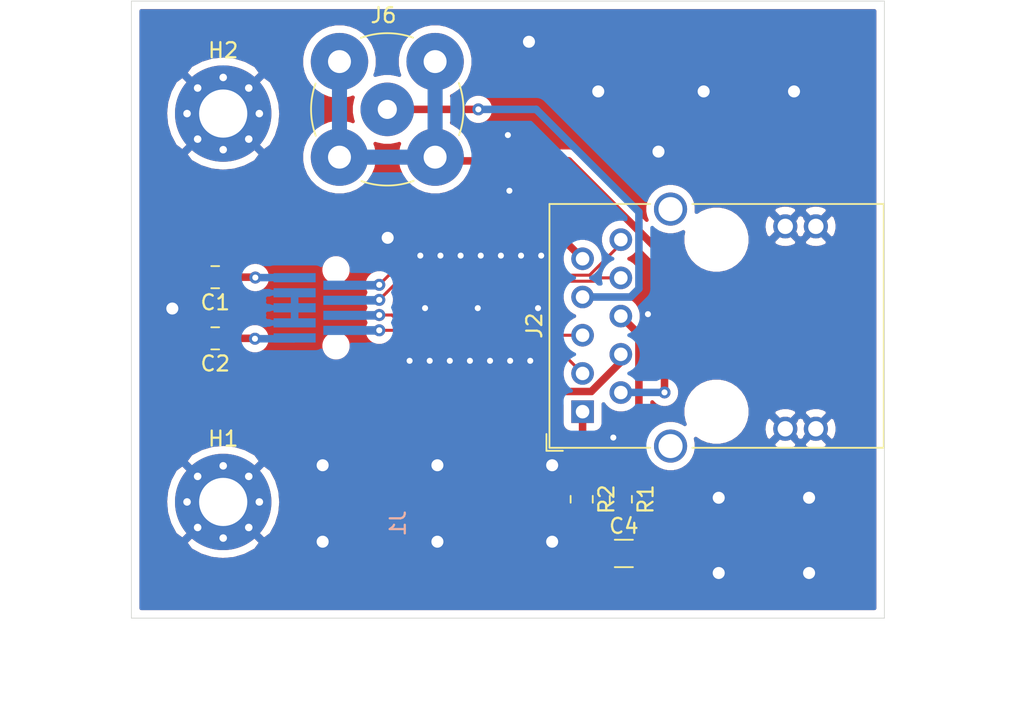
<source format=kicad_pcb>
(kicad_pcb (version 20171130) (host pcbnew "(5.1.12)-1")

  (general
    (thickness 1.6)
    (drawings 8)
    (tracks 154)
    (zones 0)
    (modules 10)
    (nets 13)
  )

  (page A4)
  (layers
    (0 F.Cu signal)
    (31 B.Cu signal)
    (32 B.Adhes user)
    (33 F.Adhes user)
    (34 B.Paste user)
    (35 F.Paste user)
    (36 B.SilkS user)
    (37 F.SilkS user)
    (38 B.Mask user)
    (39 F.Mask user)
    (40 Dwgs.User user)
    (41 Cmts.User user)
    (42 Eco1.User user)
    (43 Eco2.User user)
    (44 Edge.Cuts user)
    (45 Margin user)
    (46 B.CrtYd user)
    (47 F.CrtYd user)
    (48 B.Fab user)
    (49 F.Fab user)
  )

  (setup
    (last_trace_width 0.5)
    (user_trace_width 0.2)
    (user_trace_width 0.5)
    (trace_clearance 0.2)
    (zone_clearance 0.508)
    (zone_45_only no)
    (trace_min 0.2)
    (via_size 0.8)
    (via_drill 0.4)
    (via_min_size 0.4)
    (via_min_drill 0.3)
    (user_via 1.6 0.8)
    (uvia_size 0.3)
    (uvia_drill 0.1)
    (uvias_allowed no)
    (uvia_min_size 0.2)
    (uvia_min_drill 0.1)
    (edge_width 0.05)
    (segment_width 0.2)
    (pcb_text_width 0.3)
    (pcb_text_size 1.5 1.5)
    (mod_edge_width 0.12)
    (mod_text_size 1 1)
    (mod_text_width 0.15)
    (pad_size 1.524 1.524)
    (pad_drill 0.762)
    (pad_to_mask_clearance 0)
    (aux_axis_origin 0 0)
    (grid_origin 111.3 116.4)
    (visible_elements FFFFFF7F)
    (pcbplotparams
      (layerselection 0x010cc_ffffffff)
      (usegerberextensions true)
      (usegerberattributes false)
      (usegerberadvancedattributes false)
      (creategerberjobfile false)
      (excludeedgelayer true)
      (linewidth 0.100000)
      (plotframeref false)
      (viasonmask false)
      (mode 1)
      (useauxorigin false)
      (hpglpennumber 1)
      (hpglpenspeed 20)
      (hpglpendiameter 15.000000)
      (psnegative false)
      (psa4output false)
      (plotreference true)
      (plotvalue false)
      (plotinvisibletext false)
      (padsonsilk false)
      (subtractmaskfromsilk true)
      (outputformat 1)
      (mirror false)
      (drillshape 0)
      (scaleselection 1)
      (outputdirectory "gerber/"))
  )

  (net 0 "")
  (net 1 /TCT)
  (net 2 GND)
  (net 3 /RCT)
  (net 4 "Net-(C4-Pad1)")
  (net 5 "Net-(J2-Pad7)")
  (net 6 /RX-)
  (net 7 /RX+)
  (net 8 /TX-)
  (net 9 /TX+)
  (net 10 "Net-(J2-Pad1)")
  (net 11 "Net-(J2-Pad2)")
  (net 12 "Net-(J2-Pad6)")

  (net_class Default "This is the default net class."
    (clearance 0.2)
    (trace_width 0.25)
    (via_dia 0.8)
    (via_drill 0.4)
    (uvia_dia 0.3)
    (uvia_drill 0.1)
    (add_net /RCT)
    (add_net /RX+)
    (add_net /RX-)
    (add_net /TCT)
    (add_net /TX+)
    (add_net /TX-)
    (add_net GND)
    (add_net "Net-(C4-Pad1)")
    (add_net "Net-(J2-Pad1)")
    (add_net "Net-(J2-Pad2)")
    (add_net "Net-(J2-Pad6)")
    (add_net "Net-(J2-Pad7)")
  )

  (module myfootprintlib:mezzanine_9p_10162582-1134109LF_Conan_1mm (layer B.Cu) (tedit 61B86323) (tstamp 61BC769E)
    (at 133.139 109.7792 270)
    (path /61BAB139)
    (fp_text reference J1 (at 0.32 4.14 270) (layer B.SilkS)
      (effects (font (size 1 1) (thickness 0.15)) (justify mirror))
    )
    (fp_text value Conn_01x09_Male (at 0.34 -4.14 270) (layer B.Fab)
      (effects (font (size 1 1) (thickness 0.15)) (justify mirror))
    )
    (pad "" np_thru_hole circle (at -11.4713 8.24918 270) (size 0.8 0.8) (drill 0.8) (layers *.Cu *.Mask))
    (pad "" np_thru_hole circle (at -16.5287 8.24918 270) (size 0.8 0.8) (drill 0.8) (layers *.Cu *.Mask))
    (pad 11 smd rect (at -10.2775 9.349 270) (size 1.397 6.096) (layers B.Paste))
    (pad 10 smd rect (at -17.7225 9.349 270) (size 1.397 6.096) (layers B.Paste))
    (pad 9 smd rect (at -12 11 270) (size 0.6096 2.794) (layers B.Cu B.Paste B.Mask)
      (net 3 /RCT))
    (pad 8 smd rect (at -12.5 7.698 270) (size 0.6096 2.794) (layers B.Cu B.Paste B.Mask)
      (net 6 /RX-))
    (pad 7 smd rect (at -13 11 270) (size 0.6096 2.794) (layers B.Cu B.Paste B.Mask)
      (net 2 GND))
    (pad 6 smd rect (at -13.5 7.698 270) (size 0.6096 2.794) (layers B.Cu B.Paste B.Mask)
      (net 7 /RX+))
    (pad 5 smd rect (at -14 11 270) (size 0.6096 2.794) (layers B.Cu B.Paste B.Mask)
      (net 2 GND))
    (pad 4 smd rect (at -14.5 7.698 270) (size 0.6096 2.794) (layers B.Cu B.Paste B.Mask)
      (net 8 /TX-))
    (pad 3 smd rect (at -15 11 270) (size 0.6096 2.794) (layers B.Cu B.Paste B.Mask)
      (net 2 GND))
    (pad 2 smd rect (at -15.5 7.698 270) (size 0.6096 2.794) (layers B.Cu B.Paste B.Mask)
      (net 9 /TX+))
    (pad 1 smd rect (at -16 11 270) (size 0.6096 2.794) (layers B.Cu B.Paste B.Mask)
      (net 1 /TCT))
  )

  (module MountingHole:MountingHole_3.2mm_M3_Pad_Via (layer F.Cu) (tedit 56DDBCCA) (tstamp 61BC74C1)
    (at 117.396 108.6784)
    (descr "Mounting Hole 3.2mm, M3")
    (tags "mounting hole 3.2mm m3")
    (path /61BCB6A3)
    (attr virtual)
    (fp_text reference H1 (at 0 -4.2) (layer F.SilkS)
      (effects (font (size 1 1) (thickness 0.15)))
    )
    (fp_text value MountingHole_Pad (at 0 4.2) (layer F.Fab)
      (effects (font (size 1 1) (thickness 0.15)))
    )
    (fp_text user %R (at 0.3 0) (layer F.Fab)
      (effects (font (size 1 1) (thickness 0.15)))
    )
    (fp_circle (center 0 0) (end 3.2 0) (layer Cmts.User) (width 0.15))
    (fp_circle (center 0 0) (end 3.45 0) (layer F.CrtYd) (width 0.05))
    (pad 1 thru_hole circle (at 1.697056 -1.697056) (size 0.8 0.8) (drill 0.5) (layers *.Cu *.Mask)
      (net 2 GND))
    (pad 1 thru_hole circle (at 0 -2.4) (size 0.8 0.8) (drill 0.5) (layers *.Cu *.Mask)
      (net 2 GND))
    (pad 1 thru_hole circle (at -1.697056 -1.697056) (size 0.8 0.8) (drill 0.5) (layers *.Cu *.Mask)
      (net 2 GND))
    (pad 1 thru_hole circle (at -2.4 0) (size 0.8 0.8) (drill 0.5) (layers *.Cu *.Mask)
      (net 2 GND))
    (pad 1 thru_hole circle (at -1.697056 1.697056) (size 0.8 0.8) (drill 0.5) (layers *.Cu *.Mask)
      (net 2 GND))
    (pad 1 thru_hole circle (at 0 2.4) (size 0.8 0.8) (drill 0.5) (layers *.Cu *.Mask)
      (net 2 GND))
    (pad 1 thru_hole circle (at 1.697056 1.697056) (size 0.8 0.8) (drill 0.5) (layers *.Cu *.Mask)
      (net 2 GND))
    (pad 1 thru_hole circle (at 2.4 0) (size 0.8 0.8) (drill 0.5) (layers *.Cu *.Mask)
      (net 2 GND))
    (pad 1 thru_hole circle (at 0 0) (size 6.4 6.4) (drill 3.2) (layers *.Cu *.Mask)
      (net 2 GND))
  )

  (module MountingHole:MountingHole_3.2mm_M3_Pad_Via (layer F.Cu) (tedit 56DDBCCA) (tstamp 61BC74B2)
    (at 117.396 82.872)
    (descr "Mounting Hole 3.2mm, M3")
    (tags "mounting hole 3.2mm m3")
    (path /61BCB346)
    (attr virtual)
    (fp_text reference H2 (at 0 -4.2) (layer F.SilkS)
      (effects (font (size 1 1) (thickness 0.15)))
    )
    (fp_text value MountingHole_Pad (at 0 4.2) (layer F.Fab)
      (effects (font (size 1 1) (thickness 0.15)))
    )
    (fp_text user %R (at 0.3 0) (layer F.Fab)
      (effects (font (size 1 1) (thickness 0.15)))
    )
    (fp_circle (center 0 0) (end 3.2 0) (layer Cmts.User) (width 0.15))
    (fp_circle (center 0 0) (end 3.45 0) (layer F.CrtYd) (width 0.05))
    (pad 1 thru_hole circle (at 1.697056 -1.697056) (size 0.8 0.8) (drill 0.5) (layers *.Cu *.Mask)
      (net 2 GND))
    (pad 1 thru_hole circle (at 0 -2.4) (size 0.8 0.8) (drill 0.5) (layers *.Cu *.Mask)
      (net 2 GND))
    (pad 1 thru_hole circle (at -1.697056 -1.697056) (size 0.8 0.8) (drill 0.5) (layers *.Cu *.Mask)
      (net 2 GND))
    (pad 1 thru_hole circle (at -2.4 0) (size 0.8 0.8) (drill 0.5) (layers *.Cu *.Mask)
      (net 2 GND))
    (pad 1 thru_hole circle (at -1.697056 1.697056) (size 0.8 0.8) (drill 0.5) (layers *.Cu *.Mask)
      (net 2 GND))
    (pad 1 thru_hole circle (at 0 2.4) (size 0.8 0.8) (drill 0.5) (layers *.Cu *.Mask)
      (net 2 GND))
    (pad 1 thru_hole circle (at 1.697056 1.697056) (size 0.8 0.8) (drill 0.5) (layers *.Cu *.Mask)
      (net 2 GND))
    (pad 1 thru_hole circle (at 2.4 0) (size 0.8 0.8) (drill 0.5) (layers *.Cu *.Mask)
      (net 2 GND))
    (pad 1 thru_hole circle (at 0 0) (size 6.4 6.4) (drill 3.2) (layers *.Cu *.Mask)
      (net 2 GND))
  )

  (module Connector_Coaxial:BNC_TEConnectivity_1478204_Vertical (layer F.Cu) (tedit 5A1DBFC1) (tstamp 61BC74A0)
    (at 128.2926 82.5926)
    (descr "BNC female PCB mount 4 pin straight chassis connector http://www.te.com/usa-en/product-1-1478204-0.html")
    (tags "BNC female PCB mount 4 pin straight chassis connector ")
    (path /61BA50FC)
    (fp_text reference J6 (at -0.25 -6.25) (layer F.SilkS)
      (effects (font (size 1 1) (thickness 0.15)))
    )
    (fp_text value Conn_Coaxial (at 0 6.5) (layer F.Fab)
      (effects (font (size 1 1) (thickness 0.15)))
    )
    (fp_arc (start 0 0) (end -1.75 -4.75) (angle 40) (layer F.SilkS) (width 0.12))
    (fp_arc (start 0 0) (end 4.75 -1.75) (angle 40) (layer F.SilkS) (width 0.12))
    (fp_arc (start 0 0) (end 1.75 4.75) (angle 40) (layer F.SilkS) (width 0.12))
    (fp_arc (start 0 0) (end -4.75 1.75) (angle 40) (layer F.SilkS) (width 0.12))
    (fp_text user %R (at 0 0) (layer F.Fab)
      (effects (font (size 1 1) (thickness 0.15)))
    )
    (fp_line (start 5.5 -5.5) (end 5.5 5.5) (layer F.CrtYd) (width 0.05))
    (fp_line (start 5.5 5.5) (end -5.5 5.5) (layer F.CrtYd) (width 0.05))
    (fp_line (start -5.5 5.5) (end -5.5 -5.5) (layer F.CrtYd) (width 0.05))
    (fp_line (start -5.5 -5.5) (end 5.5 -5.5) (layer F.CrtYd) (width 0.05))
    (fp_circle (center 0 0) (end 4.8 0) (layer F.Fab) (width 0.1))
    (pad 2 thru_hole circle (at 3.175 3.175) (size 3.81 3.81) (drill 1.524) (layers *.Cu *.Mask)
      (net 11 "Net-(J2-Pad2)"))
    (pad 2 thru_hole circle (at -3.175 3.175) (size 3.81 3.81) (drill 1.524) (layers *.Cu *.Mask)
      (net 11 "Net-(J2-Pad2)"))
    (pad 2 thru_hole circle (at 3.175 -3.175) (size 3.81 3.81) (drill 1.524) (layers *.Cu *.Mask)
      (net 11 "Net-(J2-Pad2)"))
    (pad 1 thru_hole circle (at 0 0) (size 3.556 3.556) (drill 1.27) (layers *.Cu *.Mask)
      (net 5 "Net-(J2-Pad7)"))
    (pad 2 thru_hole circle (at -3.175 -3.175) (size 3.81 3.81) (drill 1.524) (layers *.Cu *.Mask)
      (net 11 "Net-(J2-Pad2)"))
    (model ${KISYS3DMOD}/Connector_Coaxial.3dshapes/BNC_TEConnectivity_1478204_Vertical.wrl
      (at (xyz 0 0 0))
      (scale (xyz 1 1 1))
      (rotate (xyz 0 0 0))
    )
  )

  (module Capacitor_SMD:C_0805_2012Metric_Pad1.18x1.45mm_HandSolder (layer F.Cu) (tedit 5F68FEEF) (tstamp 61BC7490)
    (at 116.8665 97.8072 180)
    (descr "Capacitor SMD 0805 (2012 Metric), square (rectangular) end terminal, IPC_7351 nominal with elongated pad for handsoldering. (Body size source: IPC-SM-782 page 76, https://www.pcb-3d.com/wordpress/wp-content/uploads/ipc-sm-782a_amendment_1_and_2.pdf, https://docs.google.com/spreadsheets/d/1BsfQQcO9C6DZCsRaXUlFlo91Tg2WpOkGARC1WS5S8t0/edit?usp=sharing), generated with kicad-footprint-generator")
    (tags "capacitor handsolder")
    (path /61BAF45D)
    (attr smd)
    (fp_text reference C2 (at 0 -1.68) (layer F.SilkS)
      (effects (font (size 1 1) (thickness 0.15)))
    )
    (fp_text value 10n (at 0 1.68) (layer F.Fab)
      (effects (font (size 1 1) (thickness 0.15)))
    )
    (fp_text user %R (at 0 0) (layer F.Fab)
      (effects (font (size 0.5 0.5) (thickness 0.08)))
    )
    (fp_line (start -1 0.625) (end -1 -0.625) (layer F.Fab) (width 0.1))
    (fp_line (start -1 -0.625) (end 1 -0.625) (layer F.Fab) (width 0.1))
    (fp_line (start 1 -0.625) (end 1 0.625) (layer F.Fab) (width 0.1))
    (fp_line (start 1 0.625) (end -1 0.625) (layer F.Fab) (width 0.1))
    (fp_line (start -0.261252 -0.735) (end 0.261252 -0.735) (layer F.SilkS) (width 0.12))
    (fp_line (start -0.261252 0.735) (end 0.261252 0.735) (layer F.SilkS) (width 0.12))
    (fp_line (start -1.88 0.98) (end -1.88 -0.98) (layer F.CrtYd) (width 0.05))
    (fp_line (start -1.88 -0.98) (end 1.88 -0.98) (layer F.CrtYd) (width 0.05))
    (fp_line (start 1.88 -0.98) (end 1.88 0.98) (layer F.CrtYd) (width 0.05))
    (fp_line (start 1.88 0.98) (end -1.88 0.98) (layer F.CrtYd) (width 0.05))
    (pad 2 smd roundrect (at 1.0375 0 180) (size 1.175 1.45) (layers F.Cu F.Paste F.Mask) (roundrect_rratio 0.2127659574468085)
      (net 2 GND))
    (pad 1 smd roundrect (at -1.0375 0 180) (size 1.175 1.45) (layers F.Cu F.Paste F.Mask) (roundrect_rratio 0.2127659574468085)
      (net 3 /RCT))
    (model ${KISYS3DMOD}/Capacitor_SMD.3dshapes/C_0805_2012Metric.wrl
      (at (xyz 0 0 0))
      (scale (xyz 1 1 1))
      (rotate (xyz 0 0 0))
    )
  )

  (module Capacitor_SMD:C_0805_2012Metric_Pad1.18x1.45mm_HandSolder (layer F.Cu) (tedit 5F68FEEF) (tstamp 61BC7480)
    (at 116.8665 93.7432 180)
    (descr "Capacitor SMD 0805 (2012 Metric), square (rectangular) end terminal, IPC_7351 nominal with elongated pad for handsoldering. (Body size source: IPC-SM-782 page 76, https://www.pcb-3d.com/wordpress/wp-content/uploads/ipc-sm-782a_amendment_1_and_2.pdf, https://docs.google.com/spreadsheets/d/1BsfQQcO9C6DZCsRaXUlFlo91Tg2WpOkGARC1WS5S8t0/edit?usp=sharing), generated with kicad-footprint-generator")
    (tags "capacitor handsolder")
    (path /61BAEE3A)
    (attr smd)
    (fp_text reference C1 (at 0 -1.68) (layer F.SilkS)
      (effects (font (size 1 1) (thickness 0.15)))
    )
    (fp_text value 10n (at 0 1.68) (layer F.Fab)
      (effects (font (size 1 1) (thickness 0.15)))
    )
    (fp_text user %R (at 0 0) (layer F.Fab)
      (effects (font (size 0.5 0.5) (thickness 0.08)))
    )
    (fp_line (start -1 0.625) (end -1 -0.625) (layer F.Fab) (width 0.1))
    (fp_line (start -1 -0.625) (end 1 -0.625) (layer F.Fab) (width 0.1))
    (fp_line (start 1 -0.625) (end 1 0.625) (layer F.Fab) (width 0.1))
    (fp_line (start 1 0.625) (end -1 0.625) (layer F.Fab) (width 0.1))
    (fp_line (start -0.261252 -0.735) (end 0.261252 -0.735) (layer F.SilkS) (width 0.12))
    (fp_line (start -0.261252 0.735) (end 0.261252 0.735) (layer F.SilkS) (width 0.12))
    (fp_line (start -1.88 0.98) (end -1.88 -0.98) (layer F.CrtYd) (width 0.05))
    (fp_line (start -1.88 -0.98) (end 1.88 -0.98) (layer F.CrtYd) (width 0.05))
    (fp_line (start 1.88 -0.98) (end 1.88 0.98) (layer F.CrtYd) (width 0.05))
    (fp_line (start 1.88 0.98) (end -1.88 0.98) (layer F.CrtYd) (width 0.05))
    (pad 2 smd roundrect (at 1.0375 0 180) (size 1.175 1.45) (layers F.Cu F.Paste F.Mask) (roundrect_rratio 0.2127659574468085)
      (net 2 GND))
    (pad 1 smd roundrect (at -1.0375 0 180) (size 1.175 1.45) (layers F.Cu F.Paste F.Mask) (roundrect_rratio 0.2127659574468085)
      (net 1 /TCT))
    (model ${KISYS3DMOD}/Capacitor_SMD.3dshapes/C_0805_2012Metric.wrl
      (at (xyz 0 0 0))
      (scale (xyz 1 1 1))
      (rotate (xyz 0 0 0))
    )
  )

  (module Resistor_SMD:R_1206_3216Metric_Pad1.42x1.75mm_HandSolder (layer F.Cu) (tedit 5B301BBD) (tstamp 61BD1EE6)
    (at 144 112.1)
    (descr "Resistor SMD 1206 (3216 Metric), square (rectangular) end terminal, IPC_7351 nominal with elongated pad for handsoldering. (Body size source: http://www.tortai-tech.com/upload/download/2011102023233369053.pdf), generated with kicad-footprint-generator")
    (tags "resistor handsolder")
    (path /61D36880)
    (attr smd)
    (fp_text reference C4 (at 0 -1.82) (layer F.SilkS)
      (effects (font (size 1 1) (thickness 0.15)))
    )
    (fp_text value "1n / 2000V" (at 0 1.82) (layer F.Fab)
      (effects (font (size 1 1) (thickness 0.15)))
    )
    (fp_text user %R (at 0 0) (layer F.Fab)
      (effects (font (size 0.8 0.8) (thickness 0.12)))
    )
    (fp_line (start -1.6 0.8) (end -1.6 -0.8) (layer F.Fab) (width 0.1))
    (fp_line (start -1.6 -0.8) (end 1.6 -0.8) (layer F.Fab) (width 0.1))
    (fp_line (start 1.6 -0.8) (end 1.6 0.8) (layer F.Fab) (width 0.1))
    (fp_line (start 1.6 0.8) (end -1.6 0.8) (layer F.Fab) (width 0.1))
    (fp_line (start -0.602064 -0.91) (end 0.602064 -0.91) (layer F.SilkS) (width 0.12))
    (fp_line (start -0.602064 0.91) (end 0.602064 0.91) (layer F.SilkS) (width 0.12))
    (fp_line (start -2.45 1.12) (end -2.45 -1.12) (layer F.CrtYd) (width 0.05))
    (fp_line (start -2.45 -1.12) (end 2.45 -1.12) (layer F.CrtYd) (width 0.05))
    (fp_line (start 2.45 -1.12) (end 2.45 1.12) (layer F.CrtYd) (width 0.05))
    (fp_line (start 2.45 1.12) (end -2.45 1.12) (layer F.CrtYd) (width 0.05))
    (pad 2 smd roundrect (at 1.4875 0) (size 1.425 1.75) (layers F.Cu F.Paste F.Mask) (roundrect_rratio 0.1754385964912281)
      (net 2 GND))
    (pad 1 smd roundrect (at -1.4875 0) (size 1.425 1.75) (layers F.Cu F.Paste F.Mask) (roundrect_rratio 0.1754385964912281)
      (net 4 "Net-(C4-Pad1)"))
    (model ${KISYS3DMOD}/Resistor_SMD.3dshapes/R_1206_3216Metric.wrl
      (at (xyz 0 0 0))
      (scale (xyz 1 1 1))
      (rotate (xyz 0 0 0))
    )
  )

  (module Resistor_SMD:R_0805_2012Metric_Pad1.20x1.40mm_HandSolder (layer F.Cu) (tedit 5F68FEEE) (tstamp 61BD1F1A)
    (at 143.8 108.5 270)
    (descr "Resistor SMD 0805 (2012 Metric), square (rectangular) end terminal, IPC_7351 nominal with elongated pad for handsoldering. (Body size source: IPC-SM-782 page 72, https://www.pcb-3d.com/wordpress/wp-content/uploads/ipc-sm-782a_amendment_1_and_2.pdf), generated with kicad-footprint-generator")
    (tags "resistor handsolder")
    (path /61D36874)
    (attr smd)
    (fp_text reference R1 (at 0 -1.65 90) (layer F.SilkS)
      (effects (font (size 1 1) (thickness 0.15)))
    )
    (fp_text value 75R (at 0 1.65 90) (layer F.Fab)
      (effects (font (size 1 1) (thickness 0.15)))
    )
    (fp_text user %R (at 0 0 90) (layer F.Fab)
      (effects (font (size 0.5 0.5) (thickness 0.08)))
    )
    (fp_line (start -1 0.625) (end -1 -0.625) (layer F.Fab) (width 0.1))
    (fp_line (start -1 -0.625) (end 1 -0.625) (layer F.Fab) (width 0.1))
    (fp_line (start 1 -0.625) (end 1 0.625) (layer F.Fab) (width 0.1))
    (fp_line (start 1 0.625) (end -1 0.625) (layer F.Fab) (width 0.1))
    (fp_line (start -0.227064 -0.735) (end 0.227064 -0.735) (layer F.SilkS) (width 0.12))
    (fp_line (start -0.227064 0.735) (end 0.227064 0.735) (layer F.SilkS) (width 0.12))
    (fp_line (start -1.85 0.95) (end -1.85 -0.95) (layer F.CrtYd) (width 0.05))
    (fp_line (start -1.85 -0.95) (end 1.85 -0.95) (layer F.CrtYd) (width 0.05))
    (fp_line (start 1.85 -0.95) (end 1.85 0.95) (layer F.CrtYd) (width 0.05))
    (fp_line (start 1.85 0.95) (end -1.85 0.95) (layer F.CrtYd) (width 0.05))
    (pad 2 smd roundrect (at 1 0 270) (size 1.2 1.4) (layers F.Cu F.Paste F.Mask) (roundrect_rratio 0.2083325)
      (net 4 "Net-(C4-Pad1)"))
    (pad 1 smd roundrect (at -1 0 270) (size 1.2 1.4) (layers F.Cu F.Paste F.Mask) (roundrect_rratio 0.2083325)
      (net 12 "Net-(J2-Pad6)"))
    (model ${KISYS3DMOD}/Resistor_SMD.3dshapes/R_0805_2012Metric.wrl
      (at (xyz 0 0 0))
      (scale (xyz 1 1 1))
      (rotate (xyz 0 0 0))
    )
  )

  (module Resistor_SMD:R_0805_2012Metric_Pad1.20x1.40mm_HandSolder (layer F.Cu) (tedit 5F68FEEE) (tstamp 61BD1F2B)
    (at 141.2 108.5 270)
    (descr "Resistor SMD 0805 (2012 Metric), square (rectangular) end terminal, IPC_7351 nominal with elongated pad for handsoldering. (Body size source: IPC-SM-782 page 72, https://www.pcb-3d.com/wordpress/wp-content/uploads/ipc-sm-782a_amendment_1_and_2.pdf), generated with kicad-footprint-generator")
    (tags "resistor handsolder")
    (path /61D3687A)
    (attr smd)
    (fp_text reference R2 (at 0 -1.65 90) (layer F.SilkS)
      (effects (font (size 1 1) (thickness 0.15)))
    )
    (fp_text value 75R (at 0 1.65 90) (layer F.Fab)
      (effects (font (size 1 1) (thickness 0.15)))
    )
    (fp_text user %R (at 0 0 90) (layer F.Fab)
      (effects (font (size 0.5 0.5) (thickness 0.08)))
    )
    (fp_line (start -1 0.625) (end -1 -0.625) (layer F.Fab) (width 0.1))
    (fp_line (start -1 -0.625) (end 1 -0.625) (layer F.Fab) (width 0.1))
    (fp_line (start 1 -0.625) (end 1 0.625) (layer F.Fab) (width 0.1))
    (fp_line (start 1 0.625) (end -1 0.625) (layer F.Fab) (width 0.1))
    (fp_line (start -0.227064 -0.735) (end 0.227064 -0.735) (layer F.SilkS) (width 0.12))
    (fp_line (start -0.227064 0.735) (end 0.227064 0.735) (layer F.SilkS) (width 0.12))
    (fp_line (start -1.85 0.95) (end -1.85 -0.95) (layer F.CrtYd) (width 0.05))
    (fp_line (start -1.85 -0.95) (end 1.85 -0.95) (layer F.CrtYd) (width 0.05))
    (fp_line (start 1.85 -0.95) (end 1.85 0.95) (layer F.CrtYd) (width 0.05))
    (fp_line (start 1.85 0.95) (end -1.85 0.95) (layer F.CrtYd) (width 0.05))
    (pad 2 smd roundrect (at 1 0 270) (size 1.2 1.4) (layers F.Cu F.Paste F.Mask) (roundrect_rratio 0.2083325)
      (net 4 "Net-(C4-Pad1)"))
    (pad 1 smd roundrect (at -1 0 270) (size 1.2 1.4) (layers F.Cu F.Paste F.Mask) (roundrect_rratio 0.2083325)
      (net 10 "Net-(J2-Pad1)"))
    (model ${KISYS3DMOD}/Resistor_SMD.3dshapes/R_0805_2012Metric.wrl
      (at (xyz 0 0 0))
      (scale (xyz 1 1 1))
      (rotate (xyz 0 0 0))
    )
  )

  (module myfootprintlib:ARJM11D7-114-AB-EW2 (layer F.Cu) (tedit 61BA2404) (tstamp 61BD291D)
    (at 141.26 102.68 90)
    (descr "LAN-Transformer WE-RJ45LAN 10/100/1000 BaseT")
    (tags "ethernet lan connector")
    (path /61D46A80)
    (fp_text reference J2 (at 5.715 -3.2 -90) (layer F.SilkS)
      (effects (font (size 1 1) (thickness 0.15)))
    )
    (fp_text value ARJM11D7-114-AB-EW2 (at 0 21.7 270) (layer F.Fab)
      (effects (font (size 1 1) (thickness 0.15)))
    )
    (fp_line (start -2.6 -2.4) (end -1.485 -2.4) (layer F.SilkS) (width 0.12))
    (fp_line (start -2.6 -1.31) (end -2.6 -2.4) (layer F.SilkS) (width 0.12))
    (fp_line (start -2.4 -2.2) (end -2.4 4.49) (layer F.SilkS) (width 0.12))
    (fp_line (start 13.8 -2.2) (end -2.4 -2.2) (layer F.SilkS) (width 0.12))
    (fp_line (start 13.8 4.49) (end 13.8 -2.2) (layer F.SilkS) (width 0.12))
    (fp_line (start -2.4 7.29) (end -2.4 20) (layer F.SilkS) (width 0.12))
    (fp_line (start 13.8 20) (end 13.8 7.29) (layer F.SilkS) (width 0.12))
    (fp_line (start 13.8 20) (end -2.4 20) (layer F.SilkS) (width 0.12))
    (fp_line (start 13.655 19.78) (end -2.225 19.78) (layer F.Fab) (width 0.1))
    (fp_line (start 13.655 -2.06) (end -2.225 -2.06) (layer F.Fab) (width 0.1))
    (fp_line (start 13.655 19.78) (end 13.655 -2.06) (layer F.Fab) (width 0.1))
    (fp_line (start -2.225 19.78) (end -2.225 -2.06) (layer F.Fab) (width 0.1))
    (fp_line (start -1.985 -0.61) (end -1.985 -1.81) (layer F.Fab) (width 0.1))
    (fp_line (start -1.985 -1.81) (end -0.885 -1.81) (layer F.Fab) (width 0.1))
    (fp_line (start -3.63 20.28) (end -3.63 -2.56) (layer F.CrtYd) (width 0.05))
    (fp_line (start -3.63 -2.56) (end 15.06 -2.56) (layer F.CrtYd) (width 0.05))
    (fp_line (start 15.06 -2.56) (end 15.06 20.28) (layer F.CrtYd) (width 0.05))
    (fp_line (start 15.06 20.28) (end -3.63 20.28) (layer F.CrtYd) (width 0.05))
    (fp_text user %R (at 5.715 8.89 -90) (layer F.Fab)
      (effects (font (size 1 1) (thickness 0.15)))
    )
    (pad 11 thru_hole circle (at 12.314 13.46 270) (size 1.6 1.6) (drill 1.02) (layers *.Cu *.Mask)
      (net 2 GND))
    (pad 12 thru_hole circle (at 12.314 15.49 270) (size 1.6 1.6) (drill 1.02) (layers *.Cu *.Mask)
      (net 2 GND))
    (pad 13 thru_hole circle (at -1.136 13.46 270) (size 1.6 1.6) (drill 1.02) (layers *.Cu *.Mask)
      (net 2 GND))
    (pad 1 thru_hole rect (at 0 0 270) (size 1.5 1.5) (drill 0.9) (layers *.Cu *.Mask)
      (net 10 "Net-(J2-Pad1)"))
    (pad 3 thru_hole circle (at 2.54 0 270) (size 1.5 1.5) (drill 0.9) (layers *.Cu *.Mask)
      (net 6 /RX-))
    (pad 5 thru_hole circle (at 5.08 0 270) (size 1.5 1.5) (drill 0.9) (layers *.Cu *.Mask)
      (net 7 /RX+))
    (pad 7 thru_hole circle (at 7.62 0 270) (size 1.5 1.5) (drill 0.9) (layers *.Cu *.Mask)
      (net 5 "Net-(J2-Pad7)"))
    (pad 9 thru_hole circle (at 10.16 0 270) (size 1.5 1.5) (drill 0.9) (layers *.Cu *.Mask)
      (net 1 /TCT))
    (pad 2 thru_hole circle (at 1.27 2.54 270) (size 1.5 1.5) (drill 0.9) (layers *.Cu *.Mask)
      (net 11 "Net-(J2-Pad2)"))
    (pad 4 thru_hole circle (at 3.81 2.54 270) (size 1.5 1.5) (drill 0.9) (layers *.Cu *.Mask)
      (net 3 /RCT))
    (pad 6 thru_hole circle (at 6.35 2.54 270) (size 1.5 1.5) (drill 0.9) (layers *.Cu *.Mask)
      (net 12 "Net-(J2-Pad6)"))
    (pad 8 thru_hole circle (at 8.89 2.54 270) (size 1.5 1.5) (drill 0.9) (layers *.Cu *.Mask)
      (net 8 /TX-))
    (pad SH thru_hole circle (at -2.286 5.842 270) (size 2.2 2.2) (drill 1.6) (layers *.Cu *.Mask))
    (pad "" np_thru_hole circle (at 0 8.89 270) (size 3.25 3.25) (drill 3.25) (layers *.Cu *.Mask))
    (pad "" np_thru_hole circle (at 11.43 8.89 270) (size 3.25 3.25) (drill 3.25) (layers *.Cu *.Mask))
    (pad SH thru_hole circle (at 13.46 5.84 270) (size 2.2 2.2) (drill 1.6) (layers *.Cu *.Mask))
    (pad 14 thru_hole circle (at -1.136 15.49 270) (size 1.6 1.6) (drill 1.02) (layers *.Cu *.Mask)
      (net 2 GND))
    (pad 10 thru_hole circle (at 11.43 2.54 270) (size 1.5 1.5) (drill 0.9) (layers *.Cu *.Mask)
      (net 9 /TX+))
    (model ${KISYS3DMOD}/Connector_RJ.3dshapes/RJ45_Wuerth_7499111446_Horizontal.wrl
      (at (xyz 0 0 0))
      (scale (xyz 1 1 1))
      (rotate (xyz 0 0 0))
    )
  )

  (dimension 25.8064 (width 0.15) (layer Dwgs.User) (tstamp 61BC75AE)
    (gr_text "25,8064 mm" (at 106.2408 95.7752 -90) (layer Dwgs.User) (tstamp 61BC75AE)
      (effects (font (size 1 1) (thickness 0.15)))
    )
    (feature1 (pts (xy 117.396 108.6784) (xy 106.954379 108.6784)))
    (feature2 (pts (xy 117.396 82.872) (xy 106.954379 82.872)))
    (crossbar (pts (xy 107.5408 82.872) (xy 107.5408 108.6784)))
    (arrow1a (pts (xy 107.5408 108.6784) (xy 106.954379 107.551896)))
    (arrow1b (pts (xy 107.5408 108.6784) (xy 108.127221 107.551896)))
    (arrow2a (pts (xy 107.5408 82.872) (xy 106.954379 83.998504)))
    (arrow2b (pts (xy 107.5408 82.872) (xy 108.127221 83.998504)))
  )
  (gr_line (start 161.3 116.4) (end 111.3 116.4) (layer Edge.Cuts) (width 0.05) (tstamp 61BC7462))
  (gr_line (start 161.3 75.4) (end 161.3 116.4) (layer Edge.Cuts) (width 0.05) (tstamp 61BC7461))
  (gr_line (start 111.3 116.4) (end 111.3 75.4) (layer Edge.Cuts) (width 0.05) (tstamp 61BC745D))
  (gr_line (start 111.3 75.4) (end 161.3 75.4) (layer Edge.Cuts) (width 0.05) (tstamp 61BC745C))
  (dimension 12.9032 (width 0.15) (layer Dwgs.User) (tstamp 61BC7423)
    (gr_text "12,9032 mm" (at 108.857 89.3236 -90) (layer Dwgs.User) (tstamp 61BC7423)
      (effects (font (size 1 1) (thickness 0.15)))
    )
    (feature1 (pts (xy 117.396 95.7752) (xy 109.570579 95.7752)))
    (feature2 (pts (xy 117.396 82.872) (xy 109.570579 82.872)))
    (crossbar (pts (xy 110.157 82.872) (xy 110.157 95.7752)))
    (arrow1a (pts (xy 110.157 95.7752) (xy 109.570579 94.648696)))
    (arrow1b (pts (xy 110.157 95.7752) (xy 110.743421 94.648696)))
    (arrow2a (pts (xy 110.157 82.872) (xy 109.570579 83.998504)))
    (arrow2b (pts (xy 110.157 82.872) (xy 110.743421 83.998504)))
  )
  (dimension 50 (width 0.15) (layer Dwgs.User) (tstamp 61BC7421)
    (gr_text "50,000 mm" (at 136.3 124.1516) (layer Dwgs.User) (tstamp 61BC7421)
      (effects (font (size 1 1) (thickness 0.15)))
    )
    (feature1 (pts (xy 161.3 116.4) (xy 161.3 123.438021)))
    (feature2 (pts (xy 111.3 116.4) (xy 111.3 123.438021)))
    (crossbar (pts (xy 111.3 122.8516) (xy 161.3 122.8516)))
    (arrow1a (pts (xy 161.3 122.8516) (xy 160.173496 123.438021)))
    (arrow1b (pts (xy 161.3 122.8516) (xy 160.173496 122.265179)))
    (arrow2a (pts (xy 111.3 122.8516) (xy 112.426504 123.438021)))
    (arrow2b (pts (xy 111.3 122.8516) (xy 112.426504 122.265179)))
  )
  (dimension 41 (width 0.15) (layer Dwgs.User) (tstamp 61BC741F)
    (gr_text "41,000 mm" (at 169.2166 95.9 270) (layer Dwgs.User) (tstamp 61BC741F)
      (effects (font (size 1 1) (thickness 0.15)))
    )
    (feature1 (pts (xy 161.3 116.4) (xy 168.503021 116.4)))
    (feature2 (pts (xy 161.3 75.4) (xy 168.503021 75.4)))
    (crossbar (pts (xy 167.9166 75.4) (xy 167.9166 116.4)))
    (arrow1a (pts (xy 167.9166 116.4) (xy 167.330179 115.273496)))
    (arrow1b (pts (xy 167.9166 116.4) (xy 168.503021 115.273496)))
    (arrow2a (pts (xy 167.9166 75.4) (xy 167.330179 76.526504)))
    (arrow2b (pts (xy 167.9166 75.4) (xy 168.503021 76.526504)))
  )

  (via (at 131.10941 99.30001) (size 0.8) (drill 0.4) (layers F.Cu B.Cu) (net 2) (tstamp 37))
  (via (at 132.44451 99.30001) (size 0.8) (drill 0.4) (layers F.Cu B.Cu) (net 2) (tstamp 37))
  (via (at 133.77961 99.30001) (size 0.8) (drill 0.4) (layers F.Cu B.Cu) (net 2) (tstamp 37))
  (via (at 135.11471 99.30001) (size 0.8) (drill 0.4) (layers F.Cu B.Cu) (net 2) (tstamp 37))
  (via (at 136.44981 99.30001) (size 0.8) (drill 0.4) (layers F.Cu B.Cu) (net 2) (tstamp 37))
  (via (at 137.78491 99.30001) (size 0.8) (drill 0.4) (layers F.Cu B.Cu) (net 2) (tstamp 37))
  (via (at 129.774311 99.30001) (size 0.8) (drill 0.4) (layers F.Cu B.Cu) (net 2) (tstamp 37))
  (via (at 138.510543 92.309989) (size 0.8) (drill 0.4) (layers F.Cu B.Cu) (net 2) (tstamp 37))
  (via (at 137.173047 92.309989) (size 0.8) (drill 0.4) (layers F.Cu B.Cu) (net 2) (tstamp 37))
  (via (at 135.835551 92.309989) (size 0.8) (drill 0.4) (layers F.Cu B.Cu) (net 2) (tstamp 37))
  (via (at 134.498055 92.309989) (size 0.8) (drill 0.4) (layers F.Cu B.Cu) (net 2) (tstamp 37))
  (via (at 133.16056 92.309989) (size 0.8) (drill 0.4) (layers F.Cu B.Cu) (net 2) (tstamp 37))
  (via (at 131.823064 92.309989) (size 0.8) (drill 0.4) (layers F.Cu B.Cu) (net 2) (tstamp 37))
  (via (at 130.485568 92.309989) (size 0.8) (drill 0.4) (layers F.Cu B.Cu) (net 2) (tstamp 37))
  (via (at 114.0178 95.826) (size 1.6) (drill 0.8) (layers F.Cu B.Cu) (net 2) (tstamp 61BC7467))
  (via (at 130.8 95.8) (size 0.8) (drill 0.4) (layers F.Cu B.Cu) (net 2) (tstamp 61BD2C14))
  (via (at 124 111.32) (size 1.6) (drill 0.8) (layers F.Cu B.Cu) (net 2) (tstamp 61BC746F))
  (via (at 139.24 111.32) (size 1.6) (drill 0.8) (layers F.Cu B.Cu) (net 2) (tstamp 61BC7470))
  (via (at 124 106.24) (size 1.6) (drill 0.8) (layers F.Cu B.Cu) (net 2) (tstamp 61BC7474))
  (via (at 139.24 106.24) (size 1.6) (drill 0.8) (layers F.Cu B.Cu) (net 2) (tstamp 61BC7475))
  (via (at 128.318 91.127) (size 1.6) (drill 0.8) (layers F.Cu B.Cu) (net 2) (tstamp 61BC7476))
  (via (at 131.62 111.32) (size 1.6) (drill 0.8) (layers F.Cu B.Cu) (net 2) (tstamp 61BC747B))
  (via (at 131.62 106.24) (size 1.6) (drill 0.8) (layers F.Cu B.Cu) (net 2) (tstamp 61BC747F))
  (via (at 127.7592 94.25) (size 0.8) (drill 0.4) (layers F.Cu B.Cu) (net 9) (tstamp 61BC7465))
  (segment (start 127.7592 94.25) (end 128.399211 93.609989) (width 0.2) (layer F.Cu) (net 9))
  (segment (start 128.399211 93.609989) (end 141.724013 93.609989) (width 0.2) (layer F.Cu) (net 9))
  (segment (start 141.724013 93.609989) (end 143.8 91.534002) (width 0.2) (layer F.Cu) (net 9))
  (segment (start 143.8 91.534002) (end 143.8 91.25) (width 0.2) (layer F.Cu) (net 9))
  (segment (start 125.441 94.2792) (end 127.7491 94.2792) (width 0.56854) (layer B.Cu) (net 9) (tstamp 61BC74D8) (status 10))
  (segment (start 127.7491 94.2792) (end 127.7592 94.2893) (width 0.56854) (layer B.Cu) (net 9) (tstamp 61BC74EA))
  (segment (start 125.441 95.2792) (end 127.7331 95.2792) (width 0.56854) (layer B.Cu) (net 8) (tstamp 61BC74E4) (status 10))
  (segment (start 127.7592 95.3053) (end 127.8227 95.3053) (width 0.56854) (layer F.Cu) (net 8) (tstamp 61BC74F1))
  (segment (start 127.7331 95.2792) (end 127.7592 95.3053) (width 0.56854) (layer B.Cu) (net 8) (tstamp 61BC74F2))
  (via (at 127.7592 97.2738) (size 0.8) (drill 0.4) (layers F.Cu B.Cu) (net 6) (tstamp 61BC746A))
  (segment (start 125.441 97.2792) (end 127.7538 97.2792) (width 0.56854) (layer B.Cu) (net 6) (tstamp 61BC74D6) (status 10))
  (segment (start 127.7538 97.2792) (end 127.7592 97.2738) (width 0.56854) (layer B.Cu) (net 6) (tstamp 61BC74F5))
  (segment (start 131.715 86.015) (end 131.4676 85.7676) (width 0.5) (layer F.Cu) (net 11) (tstamp 61BC7577) (status 30))
  (segment (start 125.1176 85.7676) (end 131.4676 85.7676) (width 1) (layer B.Cu) (net 11) (tstamp 61BC757B) (status 30))
  (segment (start 125.1176 79.4176) (end 125.1176 85.7676) (width 1) (layer B.Cu) (net 11) (tstamp 61BC758F) (status 30))
  (segment (start 136.3698 86.015) (end 131.715 86.015) (width 0.5) (layer F.Cu) (net 11) (tstamp 61BC7592) (status 20))
  (segment (start 131.4676 85.7676) (end 131.4676 79.4176) (width 1) (layer B.Cu) (net 11) (tstamp 61BC759B) (status 30))
  (via (at 134.3378 82.5926) (size 0.8) (drill 0.4) (layers F.Cu B.Cu) (net 5) (tstamp 61BC7466))
  (segment (start 134.3378 82.5926) (end 128.2926 82.5926) (width 0.5) (layer F.Cu) (net 5) (tstamp 61BC7581) (status 20))
  (via (at 119.5296 93.7686) (size 0.8) (drill 0.4) (layers F.Cu B.Cu) (net 1) (tstamp 61BC7463))
  (segment (start 122.1284 93.7686) (end 122.139 93.7792) (width 0.5) (layer B.Cu) (net 1) (tstamp 61BC757A) (status 30))
  (segment (start 119.5042 93.7432) (end 119.5296 93.7686) (width 0.5) (layer F.Cu) (net 1) (tstamp 61BC757F))
  (segment (start 117.904 91.5334) (end 117.904 93.7432) (width 0.5) (layer F.Cu) (net 1) (tstamp 61BC7589) (status 20))
  (segment (start 119.560401 89.876999) (end 117.904 91.5334) (width 0.5) (layer F.Cu) (net 1) (tstamp 61BC7594))
  (segment (start 117.904 93.7432) (end 119.5042 93.7432) (width 0.5) (layer F.Cu) (net 1) (tstamp 61BC759E) (status 10))
  (segment (start 119.5296 93.7686) (end 122.1284 93.7686) (width 0.5) (layer B.Cu) (net 1) (tstamp 61BC759F) (status 20))
  (segment (start 138.616999 89.876999) (end 141.26 92.52) (width 0.5) (layer F.Cu) (net 1))
  (segment (start 119.560401 89.876999) (end 138.616999 89.876999) (width 0.5) (layer F.Cu) (net 1))
  (via (at 134.3 95.8) (size 0.8) (drill 0.4) (layers F.Cu B.Cu) (net 2) (tstamp 61BD2C1E))
  (via (at 138.3 95.8) (size 0.8) (drill 0.4) (layers F.Cu B.Cu) (net 2) (tstamp 61BD2C20))
  (via (at 136.4 88) (size 0.8) (drill 0.4) (layers F.Cu B.Cu) (net 2) (tstamp 61BD30B5))
  (via (at 136.3 84.3) (size 0.8) (drill 0.4) (layers F.Cu B.Cu) (net 2) (tstamp 61BD30B7))
  (via (at 137.7 78.1) (size 1.6) (drill 0.8) (layers F.Cu B.Cu) (net 2))
  (via (at 142.3 81.4) (size 1.6) (drill 0.8) (layers F.Cu B.Cu) (net 2) (tstamp 61BD30BD))
  (via (at 146.3 85.4) (size 1.6) (drill 0.8) (layers F.Cu B.Cu) (net 2) (tstamp 61BD30BF))
  (via (at 149.3 81.4) (size 1.6) (drill 0.8) (layers F.Cu B.Cu) (net 2) (tstamp 61BD30C1))
  (via (at 155.3 81.4) (size 1.6) (drill 0.8) (layers F.Cu B.Cu) (net 2) (tstamp 61BD30C3))
  (via (at 156.3 108.4) (size 1.6) (drill 0.8) (layers F.Cu B.Cu) (net 2) (tstamp 61BD30C5))
  (via (at 156.3 113.4) (size 1.6) (drill 0.8) (layers F.Cu B.Cu) (net 2) (tstamp 61BD30C7))
  (via (at 150.3 113.4) (size 1.6) (drill 0.8) (layers F.Cu B.Cu) (net 2) (tstamp 61BD30C9))
  (via (at 150.3 108.4) (size 1.6) (drill 0.8) (layers F.Cu B.Cu) (net 2) (tstamp 61BD30CB))
  (via (at 143.3 104.4) (size 0.8) (drill 0.4) (layers F.Cu B.Cu) (net 2) (tstamp 61BD30D0))
  (via (at 145.6 96.2) (size 0.8) (drill 0.4) (layers F.Cu B.Cu) (net 2) (tstamp 61BD30D2))
  (via (at 119.5042 97.8326) (size 0.8) (drill 0.4) (layers F.Cu B.Cu) (net 3) (tstamp 61BC746C))
  (segment (start 117.904 97.8072) (end 119.4788 97.8072) (width 0.5) (layer F.Cu) (net 3) (tstamp 61BC7576) (status 10))
  (segment (start 119.5042 97.8326) (end 122.0856 97.8326) (width 0.5) (layer B.Cu) (net 3) (tstamp 61BC7582) (status 20))
  (segment (start 119.4788 97.8072) (end 119.5042 97.8326) (width 0.5) (layer F.Cu) (net 3) (tstamp 61BC758D))
  (segment (start 122.0856 97.8326) (end 122.139 97.7792) (width 0.5) (layer B.Cu) (net 3) (tstamp 61BC7591) (status 30))
  (segment (start 117.904 99.4074) (end 117.904 97.8072) (width 0.5) (layer F.Cu) (net 3) (tstamp 61BC75A1) (status 20))
  (segment (start 121.6124 103.1158) (end 117.904 99.4074) (width 0.5) (layer F.Cu) (net 3) (tstamp 61BC75A2))
  (segment (start 141.836001 101.340001) (end 143.8 99.376002) (width 0.5) (layer F.Cu) (net 3))
  (segment (start 138.759999 101.340001) (end 141.836001 101.340001) (width 0.5) (layer F.Cu) (net 3))
  (segment (start 143.8 99.376002) (end 143.8 98.87) (width 0.5) (layer F.Cu) (net 3))
  (segment (start 136.9842 103.1158) (end 138.759999 101.340001) (width 0.5) (layer F.Cu) (net 3))
  (segment (start 121.6124 103.1158) (end 136.9842 103.1158) (width 0.5) (layer F.Cu) (net 3))
  (segment (start 142.5125 112.1) (end 142.5125 109.5875) (width 0.5) (layer F.Cu) (net 4))
  (segment (start 142.5125 109.5875) (end 142.6 109.5) (width 0.5) (layer F.Cu) (net 4))
  (segment (start 142.6 109.5) (end 143.8 109.5) (width 0.5) (layer F.Cu) (net 4))
  (segment (start 141.2 109.5) (end 142.6 109.5) (width 0.5) (layer F.Cu) (net 4))
  (segment (start 144.446 95.06) (end 141.26 95.06) (width 0.5) (layer B.Cu) (net 5))
  (segment (start 145.000001 94.505999) (end 144.446 95.06) (width 0.5) (layer B.Cu) (net 5))
  (segment (start 145.000001 89.414003) (end 145.000001 94.505999) (width 0.5) (layer B.Cu) (net 5))
  (segment (start 138.178598 82.5926) (end 145.000001 89.414003) (width 0.5) (layer B.Cu) (net 5))
  (segment (start 134.3378 82.5926) (end 138.178598 82.5926) (width 0.5) (layer B.Cu) (net 5))
  (segment (start 127.7592 97.2738) (end 129.048102 97.2738) (width 0.2) (layer F.Cu) (net 6))
  (segment (start 129.048102 97.2738) (end 129.774311 98.00001) (width 0.2) (layer F.Cu) (net 6))
  (segment (start 139.12001 98.00001) (end 141.26 100.14) (width 0.2) (layer F.Cu) (net 6))
  (segment (start 129.774311 98.00001) (end 139.12001 98.00001) (width 0.2) (layer F.Cu) (net 6))
  (via (at 127.7592 96.2578) (size 0.8) (drill 0.4) (layers F.Cu B.Cu) (net 7) (tstamp 61BC7464))
  (segment (start 127.7378 96.2792) (end 127.7592 96.2578) (width 0.56854) (layer B.Cu) (net 7) (tstamp 61BC7562))
  (segment (start 125.441 96.2792) (end 127.7378 96.2792) (width 0.56854) (layer B.Cu) (net 7) (tstamp 61BC7599) (status 10))
  (segment (start 137.49518 97.6) (end 139.300783 97.6) (width 0.2) (layer F.Cu) (net 7))
  (segment (start 137.3 97.404819) (end 137.49518 97.6) (width 0.2) (layer F.Cu) (net 7))
  (segment (start 136.49518 97.404819) (end 137.3 97.404819) (width 0.2) (layer F.Cu) (net 7))
  (segment (start 135.49518 97.6) (end 136.3 97.6) (width 0.2) (layer F.Cu) (net 7))
  (segment (start 135.3 97.404819) (end 135.49518 97.6) (width 0.2) (layer F.Cu) (net 7))
  (segment (start 127.7592 96.2578) (end 128.5978 96.2578) (width 0.2) (layer F.Cu) (net 7))
  (segment (start 129.94 97.6) (end 130.3 97.6) (width 0.2) (layer F.Cu) (net 7))
  (segment (start 130.49518 97.404819) (end 131.3 97.404819) (width 0.2) (layer F.Cu) (net 7))
  (segment (start 130.3 97.6) (end 130.49518 97.404819) (width 0.2) (layer F.Cu) (net 7))
  (segment (start 132.49518 97.404819) (end 133.3 97.404819) (width 0.2) (layer F.Cu) (net 7))
  (segment (start 131.3 97.404819) (end 131.49518 97.6) (width 0.2) (layer F.Cu) (net 7))
  (segment (start 134.49518 97.404819) (end 135.3 97.404819) (width 0.2) (layer F.Cu) (net 7))
  (segment (start 128.5978 96.2578) (end 129.94 97.6) (width 0.2) (layer F.Cu) (net 7))
  (segment (start 131.49518 97.6) (end 132.3 97.6) (width 0.2) (layer F.Cu) (net 7))
  (segment (start 133.49518 97.6) (end 134.3 97.6) (width 0.2) (layer F.Cu) (net 7))
  (segment (start 139.300783 97.6) (end 141.26 97.6) (width 0.2) (layer F.Cu) (net 7))
  (segment (start 136.3 97.6) (end 136.49518 97.404819) (width 0.2) (layer F.Cu) (net 7))
  (segment (start 132.3 97.6) (end 132.49518 97.404819) (width 0.2) (layer F.Cu) (net 7))
  (segment (start 133.3 97.404819) (end 133.49518 97.6) (width 0.2) (layer F.Cu) (net 7))
  (segment (start 134.3 97.6) (end 134.49518 97.404819) (width 0.2) (layer F.Cu) (net 7))
  (segment (start 143.8 93.79) (end 143.7452 93.8448) (width 0.5) (layer F.Cu) (net 8))
  (via (at 127.7592 95.25) (size 0.8) (drill 0.4) (layers F.Cu B.Cu) (net 8) (tstamp 61BC746D))
  (segment (start 128.246001 94.763199) (end 127.7592 95.25) (width 0.2) (layer F.Cu) (net 8))
  (segment (start 130.902399 94.009999) (end 128.999201 94.009999) (width 0.2) (layer F.Cu) (net 8))
  (segment (start 131.902399 94.207602) (end 131.100001 94.207602) (width 0.2) (layer F.Cu) (net 8))
  (segment (start 132.100001 94.009999) (end 131.902399 94.207602) (width 0.2) (layer F.Cu) (net 8))
  (segment (start 132.902399 94.009999) (end 132.100001 94.009999) (width 0.2) (layer F.Cu) (net 8))
  (segment (start 131.100001 94.207602) (end 130.902399 94.009999) (width 0.2) (layer F.Cu) (net 8))
  (segment (start 133.100001 94.207602) (end 132.902399 94.009999) (width 0.2) (layer F.Cu) (net 8))
  (segment (start 133.902399 94.207602) (end 133.100001 94.207602) (width 0.2) (layer F.Cu) (net 8))
  (segment (start 134.100001 94.009999) (end 133.902399 94.207602) (width 0.2) (layer F.Cu) (net 8))
  (segment (start 134.902399 94.009999) (end 134.100001 94.009999) (width 0.2) (layer F.Cu) (net 8))
  (segment (start 135.100001 94.207602) (end 134.902399 94.009999) (width 0.2) (layer F.Cu) (net 8))
  (segment (start 143.8 93.79) (end 142.469998 93.79) (width 0.2) (layer F.Cu) (net 8))
  (segment (start 142.469998 93.79) (end 142.249999 94.009999) (width 0.2) (layer F.Cu) (net 8))
  (segment (start 142.249999 94.009999) (end 140.100001 94.009999) (width 0.2) (layer F.Cu) (net 8))
  (segment (start 140.100001 94.009999) (end 139.902399 94.207602) (width 0.2) (layer F.Cu) (net 8))
  (segment (start 138.902399 94.009999) (end 138.100001 94.009999) (width 0.2) (layer F.Cu) (net 8))
  (segment (start 137.100001 94.207602) (end 136.902399 94.009999) (width 0.2) (layer F.Cu) (net 8))
  (segment (start 139.902399 94.207602) (end 139.100001 94.207602) (width 0.2) (layer F.Cu) (net 8))
  (segment (start 128.999201 94.009999) (end 128.246001 94.763199) (width 0.2) (layer F.Cu) (net 8))
  (segment (start 135.902399 94.207602) (end 135.100001 94.207602) (width 0.2) (layer F.Cu) (net 8))
  (segment (start 139.100001 94.207602) (end 138.902399 94.009999) (width 0.2) (layer F.Cu) (net 8))
  (segment (start 136.100001 94.009999) (end 135.902399 94.207602) (width 0.2) (layer F.Cu) (net 8))
  (segment (start 138.100001 94.009999) (end 137.902399 94.207602) (width 0.2) (layer F.Cu) (net 8))
  (segment (start 137.902399 94.207602) (end 137.100001 94.207602) (width 0.2) (layer F.Cu) (net 8))
  (segment (start 136.902399 94.009999) (end 136.100001 94.009999) (width 0.2) (layer F.Cu) (net 8))
  (segment (start 143.7452 91.3048) (end 143.8 91.25) (width 0.5) (layer F.Cu) (net 9))
  (segment (start 141.26 107.44) (end 141.2 107.5) (width 0.5) (layer F.Cu) (net 10))
  (segment (start 141.26 102.68) (end 141.26 107.44) (width 0.5) (layer F.Cu) (net 10))
  (via (at 146.7 101.4) (size 0.8) (drill 0.4) (layers F.Cu B.Cu) (net 11))
  (segment (start 146.7 92.373998) (end 146.7 101.4) (width 0.5) (layer F.Cu) (net 11))
  (segment (start 140.341002 86.015) (end 146.7 92.373998) (width 0.5) (layer F.Cu) (net 11))
  (segment (start 136.3698 86.015) (end 140.341002 86.015) (width 0.5) (layer F.Cu) (net 11))
  (segment (start 143.81 101.4) (end 143.8 101.41) (width 0.5) (layer B.Cu) (net 11))
  (segment (start 146.7 101.4) (end 143.81 101.4) (width 0.5) (layer B.Cu) (net 11))
  (segment (start 145.000001 97.530001) (end 143.8 96.33) (width 0.5) (layer F.Cu) (net 12))
  (segment (start 145.000001 106.299999) (end 145.000001 97.530001) (width 0.5) (layer F.Cu) (net 12))
  (segment (start 143.8 107.5) (end 145.000001 106.299999) (width 0.5) (layer F.Cu) (net 12))

  (zone (net 2) (net_name GND) (layer B.Cu) (tstamp 61BD30E6) (hatch edge 0.508)
    (connect_pads (clearance 0.508))
    (min_thickness 0.254)
    (fill yes (arc_segments 32) (thermal_gap 0.508) (thermal_bridge_width 0.508))
    (polygon
      (pts
        (xy 161.2 116.3) (xy 111.4 116.3) (xy 111.4 75.5) (xy 161.2 75.5)
      )
    )
    (filled_polygon
      (pts
        (xy 160.640001 115.74) (xy 111.96 115.74) (xy 111.96 111.379281) (xy 114.874724 111.379281) (xy 115.234912 111.868948)
        (xy 115.898882 112.229249) (xy 116.620385 112.453094) (xy 117.371695 112.53188) (xy 118.123938 112.462578) (xy 118.848208 112.247852)
        (xy 119.51667 111.895955) (xy 119.557088 111.868948) (xy 119.917276 111.379281) (xy 117.396 108.858005) (xy 114.874724 111.379281)
        (xy 111.96 111.379281) (xy 111.96 108.654095) (xy 113.54252 108.654095) (xy 113.611822 109.406338) (xy 113.826548 110.130608)
        (xy 114.178445 110.79907) (xy 114.205452 110.839488) (xy 114.695119 111.199676) (xy 117.216395 108.6784) (xy 117.575605 108.6784)
        (xy 120.096881 111.199676) (xy 120.586548 110.839488) (xy 120.946849 110.175518) (xy 121.170694 109.454015) (xy 121.24948 108.702705)
        (xy 121.180178 107.950462) (xy 120.965452 107.226192) (xy 120.613555 106.55773) (xy 120.586548 106.517312) (xy 120.096881 106.157124)
        (xy 117.575605 108.6784) (xy 117.216395 108.6784) (xy 114.695119 106.157124) (xy 114.205452 106.517312) (xy 113.845151 107.181282)
        (xy 113.621306 107.902785) (xy 113.54252 108.654095) (xy 111.96 108.654095) (xy 111.96 105.977519) (xy 114.874724 105.977519)
        (xy 117.396 108.498795) (xy 119.917276 105.977519) (xy 119.557088 105.487852) (xy 118.893118 105.127551) (xy 118.171615 104.903706)
        (xy 117.420305 104.82492) (xy 116.668062 104.894222) (xy 115.943792 105.108948) (xy 115.27533 105.460845) (xy 115.234912 105.487852)
        (xy 114.874724 105.977519) (xy 111.96 105.977519) (xy 111.96 104.795117) (xy 145.367 104.795117) (xy 145.367 105.136883)
        (xy 145.433675 105.472081) (xy 145.564463 105.787831) (xy 145.754337 106.071998) (xy 145.996002 106.313663) (xy 146.280169 106.503537)
        (xy 146.595919 106.634325) (xy 146.931117 106.701) (xy 147.272883 106.701) (xy 147.608081 106.634325) (xy 147.923831 106.503537)
        (xy 148.207998 106.313663) (xy 148.449663 106.071998) (xy 148.639537 105.787831) (xy 148.770325 105.472081) (xy 148.837 105.136883)
        (xy 148.837 104.795117) (xy 148.774062 104.478706) (xy 149.079489 104.682786) (xy 149.490782 104.853149) (xy 149.927409 104.94)
        (xy 150.372591 104.94) (xy 150.809218 104.853149) (xy 150.916522 104.808702) (xy 153.906903 104.808702) (xy 153.978486 105.052671)
        (xy 154.233996 105.173571) (xy 154.508184 105.2423) (xy 154.790512 105.256217) (xy 155.07013 105.214787) (xy 155.336292 105.119603)
        (xy 155.461514 105.052671) (xy 155.533097 104.808702) (xy 155.936903 104.808702) (xy 156.008486 105.052671) (xy 156.263996 105.173571)
        (xy 156.538184 105.2423) (xy 156.820512 105.256217) (xy 157.10013 105.214787) (xy 157.366292 105.119603) (xy 157.491514 105.052671)
        (xy 157.563097 104.808702) (xy 156.75 103.995605) (xy 155.936903 104.808702) (xy 155.533097 104.808702) (xy 154.72 103.995605)
        (xy 153.906903 104.808702) (xy 150.916522 104.808702) (xy 151.220511 104.682786) (xy 151.590666 104.435456) (xy 151.905456 104.120666)
        (xy 152.061912 103.886512) (xy 153.279783 103.886512) (xy 153.321213 104.16613) (xy 153.416397 104.432292) (xy 153.483329 104.557514)
        (xy 153.727298 104.629097) (xy 154.540395 103.816) (xy 154.899605 103.816) (xy 155.407706 104.324101) (xy 155.446397 104.432292)
        (xy 155.513329 104.557514) (xy 155.694184 104.610579) (xy 155.712702 104.629097) (xy 155.735 104.622555) (xy 155.757298 104.629097)
        (xy 155.775816 104.610579) (xy 155.956671 104.557514) (xy 156.071446 104.314949) (xy 156.570395 103.816) (xy 156.929605 103.816)
        (xy 157.742702 104.629097) (xy 157.986671 104.557514) (xy 158.107571 104.302004) (xy 158.1763 104.027816) (xy 158.190217 103.745488)
        (xy 158.148787 103.46587) (xy 158.053603 103.199708) (xy 157.986671 103.074486) (xy 157.742702 103.002903) (xy 156.929605 103.816)
        (xy 156.570395 103.816) (xy 156.062294 103.307899) (xy 156.023603 103.199708) (xy 155.956671 103.074486) (xy 155.775816 103.021421)
        (xy 155.757298 103.002903) (xy 155.735 103.009445) (xy 155.712702 103.002903) (xy 155.694184 103.021421) (xy 155.513329 103.074486)
        (xy 155.398554 103.317051) (xy 154.899605 103.816) (xy 154.540395 103.816) (xy 153.727298 103.002903) (xy 153.483329 103.074486)
        (xy 153.362429 103.329996) (xy 153.2937 103.604184) (xy 153.279783 103.886512) (xy 152.061912 103.886512) (xy 152.152786 103.750511)
        (xy 152.323149 103.339218) (xy 152.41 102.902591) (xy 152.41 102.823298) (xy 153.906903 102.823298) (xy 154.72 103.636395)
        (xy 155.533097 102.823298) (xy 155.936903 102.823298) (xy 156.75 103.636395) (xy 157.563097 102.823298) (xy 157.491514 102.579329)
        (xy 157.236004 102.458429) (xy 156.961816 102.3897) (xy 156.679488 102.375783) (xy 156.39987 102.417213) (xy 156.133708 102.512397)
        (xy 156.008486 102.579329) (xy 155.936903 102.823298) (xy 155.533097 102.823298) (xy 155.461514 102.579329) (xy 155.206004 102.458429)
        (xy 154.931816 102.3897) (xy 154.649488 102.375783) (xy 154.36987 102.417213) (xy 154.103708 102.512397) (xy 153.978486 102.579329)
        (xy 153.906903 102.823298) (xy 152.41 102.823298) (xy 152.41 102.457409) (xy 152.323149 102.020782) (xy 152.152786 101.609489)
        (xy 151.905456 101.239334) (xy 151.590666 100.924544) (xy 151.220511 100.677214) (xy 150.809218 100.506851) (xy 150.372591 100.42)
        (xy 149.927409 100.42) (xy 149.490782 100.506851) (xy 149.079489 100.677214) (xy 148.709334 100.924544) (xy 148.394544 101.239334)
        (xy 148.147214 101.609489) (xy 147.976851 102.020782) (xy 147.89 102.457409) (xy 147.89 102.902591) (xy 147.976851 103.339218)
        (xy 148.048254 103.511599) (xy 147.923831 103.428463) (xy 147.608081 103.297675) (xy 147.272883 103.231) (xy 146.931117 103.231)
        (xy 146.595919 103.297675) (xy 146.280169 103.428463) (xy 145.996002 103.618337) (xy 145.754337 103.860002) (xy 145.564463 104.144169)
        (xy 145.433675 104.459919) (xy 145.367 104.795117) (xy 111.96 104.795117) (xy 111.96 97.730661) (xy 118.4692 97.730661)
        (xy 118.4692 97.934539) (xy 118.508974 98.134498) (xy 118.586995 98.322856) (xy 118.700263 98.492374) (xy 118.844426 98.636537)
        (xy 119.013944 98.749805) (xy 119.202302 98.827826) (xy 119.402261 98.8676) (xy 119.606139 98.8676) (xy 119.806098 98.827826)
        (xy 119.994456 98.749805) (xy 120.042654 98.7176) (xy 120.696594 98.7176) (xy 120.742 98.722072) (xy 123.536 98.722072)
        (xy 123.660482 98.709812) (xy 123.78018 98.673502) (xy 123.890494 98.614537) (xy 123.895019 98.610824) (xy 123.972615 98.798156)
        (xy 124.085883 98.967674) (xy 124.230046 99.111837) (xy 124.399564 99.225105) (xy 124.587922 99.303126) (xy 124.787881 99.3429)
        (xy 124.991759 99.3429) (xy 125.191718 99.303126) (xy 125.380076 99.225105) (xy 125.549594 99.111837) (xy 125.693757 98.967674)
        (xy 125.807025 98.798156) (xy 125.885046 98.609798) (xy 125.92482 98.409839) (xy 125.92482 98.222072) (xy 126.838 98.222072)
        (xy 126.962482 98.209812) (xy 126.999872 98.19847) (xy 127.286966 98.19847) (xy 127.457302 98.269026) (xy 127.657261 98.3088)
        (xy 127.861139 98.3088) (xy 128.061098 98.269026) (xy 128.249456 98.191005) (xy 128.418974 98.077737) (xy 128.563137 97.933574)
        (xy 128.676405 97.764056) (xy 128.754426 97.575698) (xy 128.7942 97.375739) (xy 128.7942 97.171861) (xy 128.754426 96.971902)
        (xy 128.676405 96.783544) (xy 128.664549 96.7658) (xy 128.676405 96.748056) (xy 128.754426 96.559698) (xy 128.7942 96.359739)
        (xy 128.7942 96.155861) (xy 128.754426 95.955902) (xy 128.676405 95.767544) (xy 128.667288 95.7539) (xy 128.676405 95.740256)
        (xy 128.754426 95.551898) (xy 128.7942 95.351939) (xy 128.7942 95.148061) (xy 128.754426 94.948102) (xy 128.676405 94.759744)
        (xy 128.669894 94.75) (xy 128.676405 94.740256) (xy 128.754426 94.551898) (xy 128.7942 94.351939) (xy 128.7942 94.148061)
        (xy 128.754426 93.948102) (xy 128.676405 93.759744) (xy 128.563137 93.590226) (xy 128.418974 93.446063) (xy 128.249456 93.332795)
        (xy 128.061098 93.254774) (xy 127.861139 93.215) (xy 127.657261 93.215) (xy 127.457302 93.254774) (xy 127.268944 93.332795)
        (xy 127.228333 93.35993) (xy 126.999872 93.35993) (xy 126.962482 93.348588) (xy 126.838 93.336328) (xy 125.92482 93.336328)
        (xy 125.92482 93.148561) (xy 125.885046 92.948602) (xy 125.807025 92.760244) (xy 125.693757 92.590726) (xy 125.549594 92.446563)
        (xy 125.380076 92.333295) (xy 125.191718 92.255274) (xy 124.991759 92.2155) (xy 124.787881 92.2155) (xy 124.587922 92.255274)
        (xy 124.399564 92.333295) (xy 124.230046 92.446563) (xy 124.085883 92.590726) (xy 123.972615 92.760244) (xy 123.895019 92.947576)
        (xy 123.890494 92.943863) (xy 123.78018 92.884898) (xy 123.660482 92.848588) (xy 123.536 92.836328) (xy 120.742 92.836328)
        (xy 120.617518 92.848588) (xy 120.502099 92.8836) (xy 120.068054 92.8836) (xy 120.019856 92.851395) (xy 119.831498 92.773374)
        (xy 119.631539 92.7336) (xy 119.427661 92.7336) (xy 119.227702 92.773374) (xy 119.039344 92.851395) (xy 118.869826 92.964663)
        (xy 118.725663 93.108826) (xy 118.612395 93.278344) (xy 118.534374 93.466702) (xy 118.4946 93.666661) (xy 118.4946 93.870539)
        (xy 118.534374 94.070498) (xy 118.612395 94.258856) (xy 118.725663 94.428374) (xy 118.869826 94.572537) (xy 119.039344 94.685805)
        (xy 119.227702 94.763826) (xy 119.427661 94.8036) (xy 119.631539 94.8036) (xy 119.831498 94.763826) (xy 120.019856 94.685805)
        (xy 120.068054 94.6536) (xy 120.460587 94.6536) (xy 120.49782 94.673502) (xy 120.617518 94.709812) (xy 120.742 94.722072)
        (xy 122.286 94.722072) (xy 122.286 94.9062) (xy 122.266 94.9062) (xy 122.266 95.6522) (xy 122.286 95.6522)
        (xy 122.286 95.9062) (xy 122.266 95.9062) (xy 122.266 96.6522) (xy 122.286 96.6522) (xy 122.286 96.836328)
        (xy 120.742 96.836328) (xy 120.617518 96.848588) (xy 120.49782 96.884898) (xy 120.457967 96.9062) (xy 120.26575 96.9062)
        (xy 120.22435 96.9476) (xy 120.042654 96.9476) (xy 119.994456 96.915395) (xy 119.806098 96.837374) (xy 119.606139 96.7976)
        (xy 119.402261 96.7976) (xy 119.202302 96.837374) (xy 119.013944 96.915395) (xy 118.844426 97.028663) (xy 118.700263 97.172826)
        (xy 118.586995 97.342344) (xy 118.508974 97.530702) (xy 118.4692 97.730661) (xy 111.96 97.730661) (xy 111.96 96.084)
        (xy 120.103928 96.084) (xy 120.116188 96.208482) (xy 120.13764 96.2792) (xy 120.116188 96.349918) (xy 120.103928 96.4744)
        (xy 120.107 96.49345) (xy 120.26575 96.6522) (xy 120.457967 96.6522) (xy 120.49782 96.673502) (xy 120.617518 96.709812)
        (xy 120.742 96.722072) (xy 121.85325 96.719) (xy 121.92005 96.6522) (xy 122.012 96.6522) (xy 122.012 95.9062)
        (xy 121.92005 95.9062) (xy 121.85325 95.8394) (xy 120.742 95.836328) (xy 120.617518 95.848588) (xy 120.49782 95.884898)
        (xy 120.457967 95.9062) (xy 120.26575 95.9062) (xy 120.107 96.06495) (xy 120.103928 96.084) (xy 111.96 96.084)
        (xy 111.96 95.084) (xy 120.103928 95.084) (xy 120.116188 95.208482) (xy 120.13764 95.2792) (xy 120.116188 95.349918)
        (xy 120.103928 95.4744) (xy 120.107 95.49345) (xy 120.26575 95.6522) (xy 120.457967 95.6522) (xy 120.49782 95.673502)
        (xy 120.617518 95.709812) (xy 120.742 95.722072) (xy 121.85325 95.719) (xy 121.92005 95.6522) (xy 122.012 95.6522)
        (xy 122.012 94.9062) (xy 121.92005 94.9062) (xy 121.85325 94.8394) (xy 120.742 94.836328) (xy 120.617518 94.848588)
        (xy 120.49782 94.884898) (xy 120.457967 94.9062) (xy 120.26575 94.9062) (xy 120.107 95.06495) (xy 120.103928 95.084)
        (xy 111.96 95.084) (xy 111.96 85.572881) (xy 114.874724 85.572881) (xy 115.234912 86.062548) (xy 115.898882 86.422849)
        (xy 116.620385 86.646694) (xy 117.371695 86.72548) (xy 118.123938 86.656178) (xy 118.848208 86.441452) (xy 119.51667 86.089555)
        (xy 119.557088 86.062548) (xy 119.917276 85.572881) (xy 117.396 83.051605) (xy 114.874724 85.572881) (xy 111.96 85.572881)
        (xy 111.96 82.847695) (xy 113.54252 82.847695) (xy 113.611822 83.599938) (xy 113.826548 84.324208) (xy 114.178445 84.99267)
        (xy 114.205452 85.033088) (xy 114.695119 85.393276) (xy 117.216395 82.872) (xy 117.575605 82.872) (xy 120.096881 85.393276)
        (xy 120.586548 85.033088) (xy 120.946849 84.369118) (xy 121.170694 83.647615) (xy 121.24948 82.896305) (xy 121.180178 82.144062)
        (xy 120.965452 81.419792) (xy 120.613555 80.75133) (xy 120.586548 80.710912) (xy 120.096881 80.350724) (xy 117.575605 82.872)
        (xy 117.216395 82.872) (xy 114.695119 80.350724) (xy 114.205452 80.710912) (xy 113.845151 81.374882) (xy 113.621306 82.096385)
        (xy 113.54252 82.847695) (xy 111.96 82.847695) (xy 111.96 80.171119) (xy 114.874724 80.171119) (xy 117.396 82.692395)
        (xy 119.917276 80.171119) (xy 119.557088 79.681452) (xy 118.893118 79.321151) (xy 118.397647 79.167432) (xy 122.5776 79.167432)
        (xy 122.5776 79.667768) (xy 122.675211 80.158491) (xy 122.866681 80.620741) (xy 123.144653 81.036756) (xy 123.498444 81.390547)
        (xy 123.914459 81.668519) (xy 123.9826 81.696744) (xy 123.982601 83.488456) (xy 123.914459 83.516681) (xy 123.498444 83.794653)
        (xy 123.144653 84.148444) (xy 122.866681 84.564459) (xy 122.675211 85.026709) (xy 122.5776 85.517432) (xy 122.5776 86.017768)
        (xy 122.675211 86.508491) (xy 122.866681 86.970741) (xy 123.144653 87.386756) (xy 123.498444 87.740547) (xy 123.914459 88.018519)
        (xy 124.376709 88.209989) (xy 124.867432 88.3076) (xy 125.367768 88.3076) (xy 125.858491 88.209989) (xy 126.320741 88.018519)
        (xy 126.736756 87.740547) (xy 127.090547 87.386756) (xy 127.368519 86.970741) (xy 127.396744 86.9026) (xy 129.188456 86.9026)
        (xy 129.216681 86.970741) (xy 129.494653 87.386756) (xy 129.848444 87.740547) (xy 130.264459 88.018519) (xy 130.726709 88.209989)
        (xy 131.217432 88.3076) (xy 131.717768 88.3076) (xy 132.208491 88.209989) (xy 132.670741 88.018519) (xy 133.086756 87.740547)
        (xy 133.440547 87.386756) (xy 133.718519 86.970741) (xy 133.909989 86.508491) (xy 134.0076 86.017768) (xy 134.0076 85.517432)
        (xy 133.909989 85.026709) (xy 133.718519 84.564459) (xy 133.440547 84.148444) (xy 133.086756 83.794653) (xy 132.670741 83.516681)
        (xy 132.6026 83.488456) (xy 132.6026 82.490661) (xy 133.3028 82.490661) (xy 133.3028 82.694539) (xy 133.342574 82.894498)
        (xy 133.420595 83.082856) (xy 133.533863 83.252374) (xy 133.678026 83.396537) (xy 133.847544 83.509805) (xy 134.035902 83.587826)
        (xy 134.235861 83.6276) (xy 134.439739 83.6276) (xy 134.639698 83.587826) (xy 134.828056 83.509805) (xy 134.876254 83.4776)
        (xy 137.81202 83.4776) (xy 144.115001 89.780582) (xy 144.115001 89.900524) (xy 143.936411 89.865) (xy 143.663589 89.865)
        (xy 143.396011 89.918225) (xy 143.143957 90.022629) (xy 142.917114 90.174201) (xy 142.724201 90.367114) (xy 142.572629 90.593957)
        (xy 142.468225 90.846011) (xy 142.415 91.113589) (xy 142.415 91.386411) (xy 142.468225 91.653989) (xy 142.572629 91.906043)
        (xy 142.724201 92.132886) (xy 142.917114 92.325799) (xy 143.143957 92.477371) (xy 143.246873 92.52) (xy 143.143957 92.562629)
        (xy 142.917114 92.714201) (xy 142.724201 92.907114) (xy 142.572629 93.133957) (xy 142.468225 93.386011) (xy 142.415 93.653589)
        (xy 142.415 93.926411) (xy 142.464448 94.175) (xy 142.333685 94.175) (xy 142.142886 93.984201) (xy 141.916043 93.832629)
        (xy 141.813127 93.79) (xy 141.916043 93.747371) (xy 142.142886 93.595799) (xy 142.335799 93.402886) (xy 142.487371 93.176043)
        (xy 142.591775 92.923989) (xy 142.645 92.656411) (xy 142.645 92.383589) (xy 142.591775 92.116011) (xy 142.487371 91.863957)
        (xy 142.335799 91.637114) (xy 142.142886 91.444201) (xy 141.916043 91.292629) (xy 141.663989 91.188225) (xy 141.396411 91.135)
        (xy 141.123589 91.135) (xy 140.856011 91.188225) (xy 140.603957 91.292629) (xy 140.377114 91.444201) (xy 140.184201 91.637114)
        (xy 140.032629 91.863957) (xy 139.928225 92.116011) (xy 139.875 92.383589) (xy 139.875 92.656411) (xy 139.928225 92.923989)
        (xy 140.032629 93.176043) (xy 140.184201 93.402886) (xy 140.377114 93.595799) (xy 140.603957 93.747371) (xy 140.706873 93.79)
        (xy 140.603957 93.832629) (xy 140.377114 93.984201) (xy 140.184201 94.177114) (xy 140.032629 94.403957) (xy 139.928225 94.656011)
        (xy 139.875 94.923589) (xy 139.875 95.196411) (xy 139.928225 95.463989) (xy 140.032629 95.716043) (xy 140.184201 95.942886)
        (xy 140.377114 96.135799) (xy 140.603957 96.287371) (xy 140.706873 96.33) (xy 140.603957 96.372629) (xy 140.377114 96.524201)
        (xy 140.184201 96.717114) (xy 140.032629 96.943957) (xy 139.928225 97.196011) (xy 139.875 97.463589) (xy 139.875 97.736411)
        (xy 139.928225 98.003989) (xy 140.032629 98.256043) (xy 140.184201 98.482886) (xy 140.377114 98.675799) (xy 140.603957 98.827371)
        (xy 140.706873 98.87) (xy 140.603957 98.912629) (xy 140.377114 99.064201) (xy 140.184201 99.257114) (xy 140.032629 99.483957)
        (xy 139.928225 99.736011) (xy 139.875 100.003589) (xy 139.875 100.276411) (xy 139.928225 100.543989) (xy 140.032629 100.796043)
        (xy 140.184201 101.022886) (xy 140.377114 101.215799) (xy 140.493483 101.293555) (xy 140.385518 101.304188) (xy 140.26582 101.340498)
        (xy 140.155506 101.399463) (xy 140.058815 101.478815) (xy 139.979463 101.575506) (xy 139.920498 101.68582) (xy 139.884188 101.805518)
        (xy 139.871928 101.93) (xy 139.871928 103.43) (xy 139.884188 103.554482) (xy 139.920498 103.67418) (xy 139.979463 103.784494)
        (xy 140.058815 103.881185) (xy 140.155506 103.960537) (xy 140.26582 104.019502) (xy 140.385518 104.055812) (xy 140.51 104.068072)
        (xy 142.01 104.068072) (xy 142.134482 104.055812) (xy 142.25418 104.019502) (xy 142.364494 103.960537) (xy 142.461185 103.881185)
        (xy 142.540537 103.784494) (xy 142.599502 103.67418) (xy 142.635812 103.554482) (xy 142.648072 103.43) (xy 142.648072 102.178951)
        (xy 142.724201 102.292886) (xy 142.917114 102.485799) (xy 143.143957 102.637371) (xy 143.396011 102.741775) (xy 143.663589 102.795)
        (xy 143.936411 102.795) (xy 144.203989 102.741775) (xy 144.456043 102.637371) (xy 144.682886 102.485799) (xy 144.875799 102.292886)
        (xy 144.881068 102.285) (xy 146.161546 102.285) (xy 146.209744 102.317205) (xy 146.398102 102.395226) (xy 146.598061 102.435)
        (xy 146.801939 102.435) (xy 147.001898 102.395226) (xy 147.190256 102.317205) (xy 147.359774 102.203937) (xy 147.503937 102.059774)
        (xy 147.617205 101.890256) (xy 147.695226 101.701898) (xy 147.735 101.501939) (xy 147.735 101.298061) (xy 147.695226 101.098102)
        (xy 147.617205 100.909744) (xy 147.503937 100.740226) (xy 147.359774 100.596063) (xy 147.190256 100.482795) (xy 147.001898 100.404774)
        (xy 146.801939 100.365) (xy 146.598061 100.365) (xy 146.398102 100.404774) (xy 146.209744 100.482795) (xy 146.161546 100.515)
        (xy 144.863685 100.515) (xy 144.682886 100.334201) (xy 144.456043 100.182629) (xy 144.353127 100.14) (xy 144.456043 100.097371)
        (xy 144.682886 99.945799) (xy 144.875799 99.752886) (xy 145.027371 99.526043) (xy 145.131775 99.273989) (xy 145.185 99.006411)
        (xy 145.185 98.733589) (xy 145.131775 98.466011) (xy 145.027371 98.213957) (xy 144.875799 97.987114) (xy 144.682886 97.794201)
        (xy 144.456043 97.642629) (xy 144.353127 97.6) (xy 144.456043 97.557371) (xy 144.682886 97.405799) (xy 144.875799 97.212886)
        (xy 145.027371 96.986043) (xy 145.131775 96.733989) (xy 145.185 96.466411) (xy 145.185 96.193589) (xy 145.131775 95.926011)
        (xy 145.044002 95.714107) (xy 145.074817 95.688817) (xy 145.102534 95.655044) (xy 145.595045 95.162533) (xy 145.628818 95.134816)
        (xy 145.739412 95.000058) (xy 145.82159 94.846312) (xy 145.872196 94.679489) (xy 145.885001 94.549476) (xy 145.885001 94.549468)
        (xy 145.889282 94.505999) (xy 145.885001 94.46253) (xy 145.885001 90.458662) (xy 145.994002 90.567663) (xy 146.278169 90.757537)
        (xy 146.593919 90.888325) (xy 146.929117 90.955) (xy 147.270883 90.955) (xy 147.606081 90.888325) (xy 147.921831 90.757537)
        (xy 147.94703 90.740699) (xy 147.89 91.027409) (xy 147.89 91.472591) (xy 147.976851 91.909218) (xy 148.147214 92.320511)
        (xy 148.394544 92.690666) (xy 148.709334 93.005456) (xy 149.079489 93.252786) (xy 149.490782 93.423149) (xy 149.927409 93.51)
        (xy 150.372591 93.51) (xy 150.809218 93.423149) (xy 151.220511 93.252786) (xy 151.590666 93.005456) (xy 151.905456 92.690666)
        (xy 152.152786 92.320511) (xy 152.323149 91.909218) (xy 152.41 91.472591) (xy 152.41 91.358702) (xy 153.906903 91.358702)
        (xy 153.978486 91.602671) (xy 154.233996 91.723571) (xy 154.508184 91.7923) (xy 154.790512 91.806217) (xy 155.07013 91.764787)
        (xy 155.336292 91.669603) (xy 155.461514 91.602671) (xy 155.533097 91.358702) (xy 155.936903 91.358702) (xy 156.008486 91.602671)
        (xy 156.263996 91.723571) (xy 156.538184 91.7923) (xy 156.820512 91.806217) (xy 157.10013 91.764787) (xy 157.366292 91.669603)
        (xy 157.491514 91.602671) (xy 157.563097 91.358702) (xy 156.75 90.545605) (xy 155.936903 91.358702) (xy 155.533097 91.358702)
        (xy 154.72 90.545605) (xy 153.906903 91.358702) (xy 152.41 91.358702) (xy 152.41 91.027409) (xy 152.323149 90.590782)
        (xy 152.259249 90.436512) (xy 153.279783 90.436512) (xy 153.321213 90.71613) (xy 153.416397 90.982292) (xy 153.483329 91.107514)
        (xy 153.727298 91.179097) (xy 154.540395 90.366) (xy 154.899605 90.366) (xy 155.407706 90.874101) (xy 155.446397 90.982292)
        (xy 155.513329 91.107514) (xy 155.694184 91.160579) (xy 155.712702 91.179097) (xy 155.735 91.172555) (xy 155.757298 91.179097)
        (xy 155.775816 91.160579) (xy 155.956671 91.107514) (xy 156.071446 90.864949) (xy 156.570395 90.366) (xy 156.929605 90.366)
        (xy 157.742702 91.179097) (xy 157.986671 91.107514) (xy 158.107571 90.852004) (xy 158.1763 90.577816) (xy 158.190217 90.295488)
        (xy 158.148787 90.01587) (xy 158.053603 89.749708) (xy 157.986671 89.624486) (xy 157.742702 89.552903) (xy 156.929605 90.366)
        (xy 156.570395 90.366) (xy 156.062294 89.857899) (xy 156.023603 89.749708) (xy 155.956671 89.624486) (xy 155.775816 89.571421)
        (xy 155.757298 89.552903) (xy 155.735 89.559445) (xy 155.712702 89.552903) (xy 155.694184 89.571421) (xy 155.513329 89.624486)
        (xy 155.398554 89.867051) (xy 154.899605 90.366) (xy 154.540395 90.366) (xy 153.727298 89.552903) (xy 153.483329 89.624486)
        (xy 153.362429 89.879996) (xy 153.2937 90.154184) (xy 153.279783 90.436512) (xy 152.259249 90.436512) (xy 152.152786 90.179489)
        (xy 151.905456 89.809334) (xy 151.590666 89.494544) (xy 151.409209 89.373298) (xy 153.906903 89.373298) (xy 154.72 90.186395)
        (xy 155.533097 89.373298) (xy 155.936903 89.373298) (xy 156.75 90.186395) (xy 157.563097 89.373298) (xy 157.491514 89.129329)
        (xy 157.236004 89.008429) (xy 156.961816 88.9397) (xy 156.679488 88.925783) (xy 156.39987 88.967213) (xy 156.133708 89.062397)
        (xy 156.008486 89.129329) (xy 155.936903 89.373298) (xy 155.533097 89.373298) (xy 155.461514 89.129329) (xy 155.206004 89.008429)
        (xy 154.931816 88.9397) (xy 154.649488 88.925783) (xy 154.36987 88.967213) (xy 154.103708 89.062397) (xy 153.978486 89.129329)
        (xy 153.906903 89.373298) (xy 151.409209 89.373298) (xy 151.220511 89.247214) (xy 150.809218 89.076851) (xy 150.372591 88.99)
        (xy 149.927409 88.99) (xy 149.490782 89.076851) (xy 149.079489 89.247214) (xy 148.830482 89.413595) (xy 148.835 89.390883)
        (xy 148.835 89.049117) (xy 148.768325 88.713919) (xy 148.637537 88.398169) (xy 148.447663 88.114002) (xy 148.205998 87.872337)
        (xy 147.921831 87.682463) (xy 147.606081 87.551675) (xy 147.270883 87.485) (xy 146.929117 87.485) (xy 146.593919 87.551675)
        (xy 146.278169 87.682463) (xy 145.994002 87.872337) (xy 145.752337 88.114002) (xy 145.562463 88.398169) (xy 145.46677 88.629193)
        (xy 138.835132 81.997556) (xy 138.807415 81.963783) (xy 138.672657 81.853189) (xy 138.518911 81.771011) (xy 138.352088 81.720405)
        (xy 138.222075 81.7076) (xy 138.222067 81.7076) (xy 138.178598 81.703319) (xy 138.135129 81.7076) (xy 134.876254 81.7076)
        (xy 134.828056 81.675395) (xy 134.639698 81.597374) (xy 134.439739 81.5576) (xy 134.235861 81.5576) (xy 134.035902 81.597374)
        (xy 133.847544 81.675395) (xy 133.678026 81.788663) (xy 133.533863 81.932826) (xy 133.420595 82.102344) (xy 133.342574 82.290702)
        (xy 133.3028 82.490661) (xy 132.6026 82.490661) (xy 132.6026 81.696744) (xy 132.670741 81.668519) (xy 133.086756 81.390547)
        (xy 133.440547 81.036756) (xy 133.718519 80.620741) (xy 133.909989 80.158491) (xy 134.0076 79.667768) (xy 134.0076 79.167432)
        (xy 133.909989 78.676709) (xy 133.718519 78.214459) (xy 133.440547 77.798444) (xy 133.086756 77.444653) (xy 132.670741 77.166681)
        (xy 132.208491 76.975211) (xy 131.717768 76.8776) (xy 131.217432 76.8776) (xy 130.726709 76.975211) (xy 130.264459 77.166681)
        (xy 129.848444 77.444653) (xy 129.494653 77.798444) (xy 129.216681 78.214459) (xy 129.025211 78.676709) (xy 128.9276 79.167432)
        (xy 128.9276 79.667768) (xy 129.025211 80.158491) (xy 129.088088 80.310291) (xy 128.996446 80.272331) (xy 128.53026 80.1796)
        (xy 128.05494 80.1796) (xy 127.588754 80.272331) (xy 127.497112 80.310291) (xy 127.559989 80.158491) (xy 127.6576 79.667768)
        (xy 127.6576 79.167432) (xy 127.559989 78.676709) (xy 127.368519 78.214459) (xy 127.090547 77.798444) (xy 126.736756 77.444653)
        (xy 126.320741 77.166681) (xy 125.858491 76.975211) (xy 125.367768 76.8776) (xy 124.867432 76.8776) (xy 124.376709 76.975211)
        (xy 123.914459 77.166681) (xy 123.498444 77.444653) (xy 123.144653 77.798444) (xy 122.866681 78.214459) (xy 122.675211 78.676709)
        (xy 122.5776 79.167432) (xy 118.397647 79.167432) (xy 118.171615 79.097306) (xy 117.420305 79.01852) (xy 116.668062 79.087822)
        (xy 115.943792 79.302548) (xy 115.27533 79.654445) (xy 115.234912 79.681452) (xy 114.874724 80.171119) (xy 111.96 80.171119)
        (xy 111.96 76.06) (xy 160.64 76.06)
      )
    )
  )
  (zone (net 2) (net_name GND) (layer F.Cu) (tstamp 61BD30E3) (hatch edge 0.508)
    (connect_pads (clearance 0.508))
    (min_thickness 0.254)
    (fill yes (arc_segments 32) (thermal_gap 0.508) (thermal_bridge_width 0.508))
    (polygon
      (pts
        (xy 161.2 116.3) (xy 111.4 116.3) (xy 111.4 75.5) (xy 161.2 75.5)
      )
    )
    (filled_polygon
      (pts
        (xy 160.640001 115.74) (xy 111.96 115.74) (xy 111.96 111.379281) (xy 114.874724 111.379281) (xy 115.234912 111.868948)
        (xy 115.898882 112.229249) (xy 116.620385 112.453094) (xy 117.371695 112.53188) (xy 118.123938 112.462578) (xy 118.848208 112.247852)
        (xy 119.51667 111.895955) (xy 119.557088 111.868948) (xy 119.917276 111.379281) (xy 117.396 108.858005) (xy 114.874724 111.379281)
        (xy 111.96 111.379281) (xy 111.96 108.654095) (xy 113.54252 108.654095) (xy 113.611822 109.406338) (xy 113.826548 110.130608)
        (xy 114.178445 110.79907) (xy 114.205452 110.839488) (xy 114.695119 111.199676) (xy 117.216395 108.6784) (xy 117.575605 108.6784)
        (xy 120.096881 111.199676) (xy 120.586548 110.839488) (xy 120.946849 110.175518) (xy 121.170694 109.454015) (xy 121.24948 108.702705)
        (xy 121.180178 107.950462) (xy 120.965452 107.226192) (xy 120.613555 106.55773) (xy 120.586548 106.517312) (xy 120.096881 106.157124)
        (xy 117.575605 108.6784) (xy 117.216395 108.6784) (xy 114.695119 106.157124) (xy 114.205452 106.517312) (xy 113.845151 107.181282)
        (xy 113.621306 107.902785) (xy 113.54252 108.654095) (xy 111.96 108.654095) (xy 111.96 105.977519) (xy 114.874724 105.977519)
        (xy 117.396 108.498795) (xy 119.917276 105.977519) (xy 119.557088 105.487852) (xy 118.893118 105.127551) (xy 118.171615 104.903706)
        (xy 117.420305 104.82492) (xy 116.668062 104.894222) (xy 115.943792 105.108948) (xy 115.27533 105.460845) (xy 115.234912 105.487852)
        (xy 114.874724 105.977519) (xy 111.96 105.977519) (xy 111.96 98.5322) (xy 114.603428 98.5322) (xy 114.615688 98.656682)
        (xy 114.651998 98.77638) (xy 114.710963 98.886694) (xy 114.790315 98.983385) (xy 114.887006 99.062737) (xy 114.99732 99.121702)
        (xy 115.117018 99.158012) (xy 115.2415 99.170272) (xy 115.54325 99.1672) (xy 115.702 99.00845) (xy 115.702 97.9342)
        (xy 114.76525 97.9342) (xy 114.6065 98.09295) (xy 114.603428 98.5322) (xy 111.96 98.5322) (xy 111.96 97.0822)
        (xy 114.603428 97.0822) (xy 114.6065 97.52145) (xy 114.76525 97.6802) (xy 115.702 97.6802) (xy 115.702 96.60595)
        (xy 115.54325 96.4472) (xy 115.2415 96.444128) (xy 115.117018 96.456388) (xy 114.99732 96.492698) (xy 114.887006 96.551663)
        (xy 114.790315 96.631015) (xy 114.710963 96.727706) (xy 114.651998 96.83802) (xy 114.615688 96.957718) (xy 114.603428 97.0822)
        (xy 111.96 97.0822) (xy 111.96 94.4682) (xy 114.603428 94.4682) (xy 114.615688 94.592682) (xy 114.651998 94.71238)
        (xy 114.710963 94.822694) (xy 114.790315 94.919385) (xy 114.887006 94.998737) (xy 114.99732 95.057702) (xy 115.117018 95.094012)
        (xy 115.2415 95.106272) (xy 115.54325 95.1032) (xy 115.702 94.94445) (xy 115.702 93.8702) (xy 114.76525 93.8702)
        (xy 114.6065 94.02895) (xy 114.603428 94.4682) (xy 111.96 94.4682) (xy 111.96 93.0182) (xy 114.603428 93.0182)
        (xy 114.6065 93.45745) (xy 114.76525 93.6162) (xy 115.702 93.6162) (xy 115.702 92.54195) (xy 115.956 92.54195)
        (xy 115.956 93.6162) (xy 115.976 93.6162) (xy 115.976 93.8702) (xy 115.956 93.8702) (xy 115.956 94.94445)
        (xy 116.11475 95.1032) (xy 116.4165 95.106272) (xy 116.540982 95.094012) (xy 116.66068 95.057702) (xy 116.770994 94.998737)
        (xy 116.867685 94.919385) (xy 116.933158 94.839606) (xy 116.938538 94.846162) (xy 117.073114 94.956605) (xy 117.22665 95.038672)
        (xy 117.393246 95.089208) (xy 117.5665 95.106272) (xy 118.2415 95.106272) (xy 118.414754 95.089208) (xy 118.58135 95.038672)
        (xy 118.734886 94.956605) (xy 118.869462 94.846162) (xy 118.979905 94.711586) (xy 119.005701 94.663325) (xy 119.039344 94.685805)
        (xy 119.227702 94.763826) (xy 119.427661 94.8036) (xy 119.631539 94.8036) (xy 119.831498 94.763826) (xy 120.019856 94.685805)
        (xy 120.189374 94.572537) (xy 120.333537 94.428374) (xy 120.446805 94.258856) (xy 120.524826 94.070498) (xy 120.5646 93.870539)
        (xy 120.5646 93.666661) (xy 120.524826 93.466702) (xy 120.446805 93.278344) (xy 120.360088 93.148561) (xy 123.85482 93.148561)
        (xy 123.85482 93.352439) (xy 123.894594 93.552398) (xy 123.972615 93.740756) (xy 124.085883 93.910274) (xy 124.230046 94.054437)
        (xy 124.399564 94.167705) (xy 124.587922 94.245726) (xy 124.787881 94.2855) (xy 124.991759 94.2855) (xy 125.191718 94.245726)
        (xy 125.380076 94.167705) (xy 125.549594 94.054437) (xy 125.693757 93.910274) (xy 125.807025 93.740756) (xy 125.885046 93.552398)
        (xy 125.92482 93.352439) (xy 125.92482 93.148561) (xy 125.885046 92.948602) (xy 125.807025 92.760244) (xy 125.693757 92.590726)
        (xy 125.549594 92.446563) (xy 125.380076 92.333295) (xy 125.191718 92.255274) (xy 124.991759 92.2155) (xy 124.787881 92.2155)
        (xy 124.587922 92.255274) (xy 124.399564 92.333295) (xy 124.230046 92.446563) (xy 124.085883 92.590726) (xy 123.972615 92.760244)
        (xy 123.894594 92.948602) (xy 123.85482 93.148561) (xy 120.360088 93.148561) (xy 120.333537 93.108826) (xy 120.189374 92.964663)
        (xy 120.019856 92.851395) (xy 119.831498 92.773374) (xy 119.631539 92.7336) (xy 119.427661 92.7336) (xy 119.227702 92.773374)
        (xy 119.039344 92.851395) (xy 119.02916 92.8582) (xy 119.024476 92.8582) (xy 118.979905 92.774814) (xy 118.869462 92.640238)
        (xy 118.789 92.574205) (xy 118.789 91.899978) (xy 119.92698 90.761999) (xy 138.250421 90.761999) (xy 139.875 92.386579)
        (xy 139.875 92.656411) (xy 139.918478 92.874989) (xy 128.435305 92.874989) (xy 128.39921 92.871434) (xy 128.363115 92.874989)
        (xy 128.363106 92.874989) (xy 128.255126 92.885624) (xy 128.116578 92.927652) (xy 127.988891 92.995902) (xy 127.876973 93.087751)
        (xy 127.853957 93.115796) (xy 127.754753 93.215) (xy 127.657261 93.215) (xy 127.457302 93.254774) (xy 127.268944 93.332795)
        (xy 127.099426 93.446063) (xy 126.955263 93.590226) (xy 126.841995 93.759744) (xy 126.763974 93.948102) (xy 126.7242 94.148061)
        (xy 126.7242 94.351939) (xy 126.763974 94.551898) (xy 126.841995 94.740256) (xy 126.848506 94.75) (xy 126.841995 94.759744)
        (xy 126.763974 94.948102) (xy 126.7242 95.148061) (xy 126.7242 95.351939) (xy 126.763974 95.551898) (xy 126.841995 95.740256)
        (xy 126.851112 95.7539) (xy 126.841995 95.767544) (xy 126.763974 95.955902) (xy 126.7242 96.155861) (xy 126.7242 96.359739)
        (xy 126.763974 96.559698) (xy 126.841995 96.748056) (xy 126.853851 96.7658) (xy 126.841995 96.783544) (xy 126.763974 96.971902)
        (xy 126.7242 97.171861) (xy 126.7242 97.375739) (xy 126.763974 97.575698) (xy 126.841995 97.764056) (xy 126.955263 97.933574)
        (xy 127.099426 98.077737) (xy 127.268944 98.191005) (xy 127.457302 98.269026) (xy 127.657261 98.3088) (xy 127.861139 98.3088)
        (xy 128.061098 98.269026) (xy 128.249456 98.191005) (xy 128.418974 98.077737) (xy 128.487911 98.0088) (xy 128.743655 98.0088)
        (xy 129.229056 98.494202) (xy 129.252073 98.522248) (xy 129.363991 98.614097) (xy 129.438996 98.654188) (xy 129.479428 98.675799)
        (xy 129.491678 98.682347) (xy 129.630226 98.724375) (xy 129.738206 98.73501) (xy 129.738215 98.73501) (xy 129.77431 98.738565)
        (xy 129.810407 98.73501) (xy 138.815564 98.73501) (xy 139.909699 99.829146) (xy 139.875 100.003589) (xy 139.875 100.276411)
        (xy 139.910524 100.455001) (xy 138.803465 100.455001) (xy 138.759998 100.45072) (xy 138.716532 100.455001) (xy 138.716522 100.455001)
        (xy 138.586509 100.467806) (xy 138.419686 100.518412) (xy 138.26594 100.60059) (xy 138.265938 100.600591) (xy 138.265939 100.600591)
        (xy 138.164952 100.683469) (xy 138.16495 100.683471) (xy 138.131182 100.711184) (xy 138.103469 100.744952) (xy 136.617622 102.2308)
        (xy 121.978979 102.2308) (xy 118.789 99.040822) (xy 118.789 98.976195) (xy 118.869462 98.910162) (xy 118.979905 98.775586)
        (xy 118.999017 98.739831) (xy 119.013944 98.749805) (xy 119.202302 98.827826) (xy 119.402261 98.8676) (xy 119.606139 98.8676)
        (xy 119.806098 98.827826) (xy 119.994456 98.749805) (xy 120.163974 98.636537) (xy 120.308137 98.492374) (xy 120.421405 98.322856)
        (xy 120.469824 98.205961) (xy 123.85482 98.205961) (xy 123.85482 98.409839) (xy 123.894594 98.609798) (xy 123.972615 98.798156)
        (xy 124.085883 98.967674) (xy 124.230046 99.111837) (xy 124.399564 99.225105) (xy 124.587922 99.303126) (xy 124.787881 99.3429)
        (xy 124.991759 99.3429) (xy 125.191718 99.303126) (xy 125.380076 99.225105) (xy 125.549594 99.111837) (xy 125.693757 98.967674)
        (xy 125.807025 98.798156) (xy 125.885046 98.609798) (xy 125.92482 98.409839) (xy 125.92482 98.205961) (xy 125.885046 98.006002)
        (xy 125.807025 97.817644) (xy 125.693757 97.648126) (xy 125.549594 97.503963) (xy 125.380076 97.390695) (xy 125.191718 97.312674)
        (xy 124.991759 97.2729) (xy 124.787881 97.2729) (xy 124.587922 97.312674) (xy 124.399564 97.390695) (xy 124.230046 97.503963)
        (xy 124.085883 97.648126) (xy 123.972615 97.817644) (xy 123.894594 98.006002) (xy 123.85482 98.205961) (xy 120.469824 98.205961)
        (xy 120.499426 98.134498) (xy 120.5392 97.934539) (xy 120.5392 97.730661) (xy 120.499426 97.530702) (xy 120.421405 97.342344)
        (xy 120.308137 97.172826) (xy 120.163974 97.028663) (xy 119.994456 96.915395) (xy 119.806098 96.837374) (xy 119.606139 96.7976)
        (xy 119.402261 96.7976) (xy 119.202302 96.837374) (xy 119.019589 96.913057) (xy 118.979905 96.838814) (xy 118.869462 96.704238)
        (xy 118.734886 96.593795) (xy 118.58135 96.511728) (xy 118.414754 96.461192) (xy 118.2415 96.444128) (xy 117.5665 96.444128)
        (xy 117.393246 96.461192) (xy 117.22665 96.511728) (xy 117.073114 96.593795) (xy 116.938538 96.704238) (xy 116.933158 96.710794)
        (xy 116.867685 96.631015) (xy 116.770994 96.551663) (xy 116.66068 96.492698) (xy 116.540982 96.456388) (xy 116.4165 96.444128)
        (xy 116.11475 96.4472) (xy 115.956 96.60595) (xy 115.956 97.6802) (xy 115.976 97.6802) (xy 115.976 97.9342)
        (xy 115.956 97.9342) (xy 115.956 99.00845) (xy 116.11475 99.1672) (xy 116.4165 99.170272) (xy 116.540982 99.158012)
        (xy 116.66068 99.121702) (xy 116.770994 99.062737) (xy 116.867685 98.983385) (xy 116.933158 98.903606) (xy 116.938538 98.910162)
        (xy 117.019 98.976195) (xy 117.019 99.363931) (xy 117.014719 99.4074) (xy 117.019 99.450869) (xy 117.019 99.450876)
        (xy 117.031805 99.580889) (xy 117.082411 99.747712) (xy 117.164589 99.901458) (xy 117.275183 100.036217) (xy 117.308956 100.063934)
        (xy 120.95587 103.710849) (xy 120.983583 103.744617) (xy 121.017351 103.77233) (xy 121.017353 103.772332) (xy 121.118341 103.855211)
        (xy 121.272086 103.937389) (xy 121.43891 103.987995) (xy 121.568923 104.0008) (xy 121.568931 104.0008) (xy 121.6124 104.005081)
        (xy 121.655869 104.0008) (xy 136.940731 104.0008) (xy 136.9842 104.005081) (xy 137.027669 104.0008) (xy 137.027677 104.0008)
        (xy 137.15769 103.987995) (xy 137.324513 103.937389) (xy 137.478259 103.855211) (xy 137.613017 103.744617) (xy 137.640734 103.710844)
        (xy 139.126578 102.225001) (xy 139.871928 102.225001) (xy 139.871928 103.43) (xy 139.884188 103.554482) (xy 139.920498 103.67418)
        (xy 139.979463 103.784494) (xy 140.058815 103.881185) (xy 140.155506 103.960537) (xy 140.26582 104.019502) (xy 140.375 104.052621)
        (xy 140.375001 106.348315) (xy 140.256613 106.411595) (xy 140.122038 106.522038) (xy 140.011595 106.656613) (xy 139.929528 106.810149)
        (xy 139.878992 106.976745) (xy 139.861928 107.149999) (xy 139.861928 107.850001) (xy 139.878992 108.023255) (xy 139.929528 108.189851)
        (xy 140.011595 108.343387) (xy 140.122038 108.477962) (xy 140.148891 108.5) (xy 140.122038 108.522038) (xy 140.011595 108.656613)
        (xy 139.929528 108.810149) (xy 139.878992 108.976745) (xy 139.861928 109.149999) (xy 139.861928 109.850001) (xy 139.878992 110.023255)
        (xy 139.929528 110.189851) (xy 140.011595 110.343387) (xy 140.122038 110.477962) (xy 140.256613 110.588405) (xy 140.410149 110.670472)
        (xy 140.576745 110.721008) (xy 140.749999 110.738072) (xy 141.554814 110.738072) (xy 141.422038 110.847038) (xy 141.311595 110.981614)
        (xy 141.229528 111.13515) (xy 141.178992 111.301746) (xy 141.161928 111.475) (xy 141.161928 112.725) (xy 141.178992 112.898254)
        (xy 141.229528 113.06485) (xy 141.311595 113.218386) (xy 141.422038 113.352962) (xy 141.556614 113.463405) (xy 141.71015 113.545472)
        (xy 141.876746 113.596008) (xy 142.05 113.613072) (xy 142.975 113.613072) (xy 143.148254 113.596008) (xy 143.31485 113.545472)
        (xy 143.468386 113.463405) (xy 143.602962 113.352962) (xy 143.713405 113.218386) (xy 143.795472 113.06485) (xy 143.822727 112.975)
        (xy 144.136928 112.975) (xy 144.149188 113.099482) (xy 144.185498 113.21918) (xy 144.244463 113.329494) (xy 144.323815 113.426185)
        (xy 144.420506 113.505537) (xy 144.53082 113.564502) (xy 144.650518 113.600812) (xy 144.775 113.613072) (xy 145.20175 113.61)
        (xy 145.3605 113.45125) (xy 145.3605 112.227) (xy 145.6145 112.227) (xy 145.6145 113.45125) (xy 145.77325 113.61)
        (xy 146.2 113.613072) (xy 146.324482 113.600812) (xy 146.44418 113.564502) (xy 146.554494 113.505537) (xy 146.651185 113.426185)
        (xy 146.730537 113.329494) (xy 146.789502 113.21918) (xy 146.825812 113.099482) (xy 146.838072 112.975) (xy 146.835 112.38575)
        (xy 146.67625 112.227) (xy 145.6145 112.227) (xy 145.3605 112.227) (xy 144.29875 112.227) (xy 144.14 112.38575)
        (xy 144.136928 112.975) (xy 143.822727 112.975) (xy 143.846008 112.898254) (xy 143.863072 112.725) (xy 143.863072 111.475)
        (xy 143.846008 111.301746) (xy 143.795472 111.13515) (xy 143.713405 110.981614) (xy 143.602962 110.847038) (xy 143.470186 110.738072)
        (xy 144.250001 110.738072) (xy 144.383375 110.724936) (xy 144.323815 110.773815) (xy 144.244463 110.870506) (xy 144.185498 110.98082)
        (xy 144.149188 111.100518) (xy 144.136928 111.225) (xy 144.14 111.81425) (xy 144.29875 111.973) (xy 145.3605 111.973)
        (xy 145.3605 110.74875) (xy 145.6145 110.74875) (xy 145.6145 111.973) (xy 146.67625 111.973) (xy 146.835 111.81425)
        (xy 146.838072 111.225) (xy 146.825812 111.100518) (xy 146.789502 110.98082) (xy 146.730537 110.870506) (xy 146.651185 110.773815)
        (xy 146.554494 110.694463) (xy 146.44418 110.635498) (xy 146.324482 110.599188) (xy 146.2 110.586928) (xy 145.77325 110.59)
        (xy 145.6145 110.74875) (xy 145.3605 110.74875) (xy 145.20175 110.59) (xy 144.775 110.586928) (xy 144.739634 110.590411)
        (xy 144.743387 110.588405) (xy 144.877962 110.477962) (xy 144.988405 110.343387) (xy 145.070472 110.189851) (xy 145.121008 110.023255)
        (xy 145.138072 109.850001) (xy 145.138072 109.149999) (xy 145.121008 108.976745) (xy 145.070472 108.810149) (xy 144.988405 108.656613)
        (xy 144.877962 108.522038) (xy 144.851109 108.5) (xy 144.877962 108.477962) (xy 144.988405 108.343387) (xy 145.070472 108.189851)
        (xy 145.121008 108.023255) (xy 145.138072 107.850001) (xy 145.138072 107.413507) (xy 145.595051 106.956528) (xy 145.628818 106.928816)
        (xy 145.656598 106.894967) (xy 145.739412 106.794058) (xy 145.82159 106.640313) (xy 145.872196 106.473489) (xy 145.87984 106.395877)
        (xy 145.885001 106.343476) (xy 145.885001 106.343468) (xy 145.889282 106.299999) (xy 145.885001 106.25653) (xy 145.885001 106.202662)
        (xy 145.996002 106.313663) (xy 146.280169 106.503537) (xy 146.595919 106.634325) (xy 146.931117 106.701) (xy 147.272883 106.701)
        (xy 147.608081 106.634325) (xy 147.923831 106.503537) (xy 148.207998 106.313663) (xy 148.449663 106.071998) (xy 148.639537 105.787831)
        (xy 148.770325 105.472081) (xy 148.837 105.136883) (xy 148.837 104.795117) (xy 148.774062 104.478706) (xy 149.079489 104.682786)
        (xy 149.490782 104.853149) (xy 149.927409 104.94) (xy 150.372591 104.94) (xy 150.809218 104.853149) (xy 150.916522 104.808702)
        (xy 153.906903 104.808702) (xy 153.978486 105.052671) (xy 154.233996 105.173571) (xy 154.508184 105.2423) (xy 154.790512 105.256217)
        (xy 155.07013 105.214787) (xy 155.336292 105.119603) (xy 155.461514 105.052671) (xy 155.533097 104.808702) (xy 155.936903 104.808702)
        (xy 156.008486 105.052671) (xy 156.263996 105.173571) (xy 156.538184 105.2423) (xy 156.820512 105.256217) (xy 157.10013 105.214787)
        (xy 157.366292 105.119603) (xy 157.491514 105.052671) (xy 157.563097 104.808702) (xy 156.75 103.995605) (xy 155.936903 104.808702)
        (xy 155.533097 104.808702) (xy 154.72 103.995605) (xy 153.906903 104.808702) (xy 150.916522 104.808702) (xy 151.220511 104.682786)
        (xy 151.590666 104.435456) (xy 151.905456 104.120666) (xy 152.061912 103.886512) (xy 153.279783 103.886512) (xy 153.321213 104.16613)
        (xy 153.416397 104.432292) (xy 153.483329 104.557514) (xy 153.727298 104.629097) (xy 154.540395 103.816) (xy 154.899605 103.816)
        (xy 155.407706 104.324101) (xy 155.446397 104.432292) (xy 155.513329 104.557514) (xy 155.694184 104.610579) (xy 155.712702 104.629097)
        (xy 155.735 104.622555) (xy 155.757298 104.629097) (xy 155.775816 104.610579) (xy 155.956671 104.557514) (xy 156.071446 104.314949)
        (xy 156.570395 103.816) (xy 156.929605 103.816) (xy 157.742702 104.629097) (xy 157.986671 104.557514) (xy 158.107571 104.302004)
        (xy 158.1763 104.027816) (xy 158.190217 103.745488) (xy 158.148787 103.46587) (xy 158.053603 103.199708) (xy 157.986671 103.074486)
        (xy 157.742702 103.002903) (xy 156.929605 103.816) (xy 156.570395 103.816) (xy 156.062294 103.307899) (xy 156.023603 103.199708)
        (xy 155.956671 103.074486) (xy 155.775816 103.021421) (xy 155.757298 103.002903) (xy 155.735 103.009445) (xy 155.712702 103.002903)
        (xy 155.694184 103.021421) (xy 155.513329 103.074486) (xy 155.398554 103.317051) (xy 154.899605 103.816) (xy 154.540395 103.816)
        (xy 153.727298 103.002903) (xy 153.483329 103.074486) (xy 153.362429 103.329996) (xy 153.2937 103.604184) (xy 153.279783 103.886512)
        (xy 152.061912 103.886512) (xy 152.152786 103.750511) (xy 152.323149 103.339218) (xy 152.41 102.902591) (xy 152.41 102.823298)
        (xy 153.906903 102.823298) (xy 154.72 103.636395) (xy 155.533097 102.823298) (xy 155.936903 102.823298) (xy 156.75 103.636395)
        (xy 157.563097 102.823298) (xy 157.491514 102.579329) (xy 157.236004 102.458429) (xy 156.961816 102.3897) (xy 156.679488 102.375783)
        (xy 156.39987 102.417213) (xy 156.133708 102.512397) (xy 156.008486 102.579329) (xy 155.936903 102.823298) (xy 155.533097 102.823298)
        (xy 155.461514 102.579329) (xy 155.206004 102.458429) (xy 154.931816 102.3897) (xy 154.649488 102.375783) (xy 154.36987 102.417213)
        (xy 154.103708 102.512397) (xy 153.978486 102.579329) (xy 153.906903 102.823298) (xy 152.41 102.823298) (xy 152.41 102.457409)
        (xy 152.323149 102.020782) (xy 152.152786 101.609489) (xy 151.905456 101.239334) (xy 151.590666 100.924544) (xy 151.220511 100.677214)
        (xy 150.809218 100.506851) (xy 150.372591 100.42) (xy 149.927409 100.42) (xy 149.490782 100.506851) (xy 149.079489 100.677214)
        (xy 148.709334 100.924544) (xy 148.394544 101.239334) (xy 148.147214 101.609489) (xy 147.976851 102.020782) (xy 147.89 102.457409)
        (xy 147.89 102.902591) (xy 147.976851 103.339218) (xy 148.048254 103.511599) (xy 147.923831 103.428463) (xy 147.608081 103.297675)
        (xy 147.272883 103.231) (xy 146.931117 103.231) (xy 146.595919 103.297675) (xy 146.280169 103.428463) (xy 145.996002 103.618337)
        (xy 145.885001 103.729338) (xy 145.885001 102.043219) (xy 145.896063 102.059774) (xy 146.040226 102.203937) (xy 146.209744 102.317205)
        (xy 146.398102 102.395226) (xy 146.598061 102.435) (xy 146.801939 102.435) (xy 147.001898 102.395226) (xy 147.190256 102.317205)
        (xy 147.359774 102.203937) (xy 147.503937 102.059774) (xy 147.617205 101.890256) (xy 147.695226 101.701898) (xy 147.735 101.501939)
        (xy 147.735 101.298061) (xy 147.695226 101.098102) (xy 147.617205 100.909744) (xy 147.585 100.861546) (xy 147.585 92.417463)
        (xy 147.589281 92.373997) (xy 147.585 92.330531) (xy 147.585 92.330521) (xy 147.572195 92.200508) (xy 147.521589 92.033685)
        (xy 147.439411 91.879939) (xy 147.387459 91.816636) (xy 147.356532 91.778951) (xy 147.35653 91.778949) (xy 147.328817 91.745181)
        (xy 147.295051 91.71747) (xy 146.375387 90.797806) (xy 146.593919 90.888325) (xy 146.929117 90.955) (xy 147.270883 90.955)
        (xy 147.606081 90.888325) (xy 147.921831 90.757537) (xy 147.94703 90.740699) (xy 147.89 91.027409) (xy 147.89 91.472591)
        (xy 147.976851 91.909218) (xy 148.147214 92.320511) (xy 148.394544 92.690666) (xy 148.709334 93.005456) (xy 149.079489 93.252786)
        (xy 149.490782 93.423149) (xy 149.927409 93.51) (xy 150.372591 93.51) (xy 150.809218 93.423149) (xy 151.220511 93.252786)
        (xy 151.590666 93.005456) (xy 151.905456 92.690666) (xy 152.152786 92.320511) (xy 152.323149 91.909218) (xy 152.41 91.472591)
        (xy 152.41 91.358702) (xy 153.906903 91.358702) (xy 153.978486 91.602671) (xy 154.233996 91.723571) (xy 154.508184 91.7923)
        (xy 154.790512 91.806217) (xy 155.07013 91.764787) (xy 155.336292 91.669603) (xy 155.461514 91.602671) (xy 155.533097 91.358702)
        (xy 155.936903 91.358702) (xy 156.008486 91.602671) (xy 156.263996 91.723571) (xy 156.538184 91.7923) (xy 156.820512 91.806217)
        (xy 157.10013 91.764787) (xy 157.366292 91.669603) (xy 157.491514 91.602671) (xy 157.563097 91.358702) (xy 156.75 90.545605)
        (xy 155.936903 91.358702) (xy 155.533097 91.358702) (xy 154.72 90.545605) (xy 153.906903 91.358702) (xy 152.41 91.358702)
        (xy 152.41 91.027409) (xy 152.323149 90.590782) (xy 152.259249 90.436512) (xy 153.279783 90.436512) (xy 153.321213 90.71613)
        (xy 153.416397 90.982292) (xy 153.483329 91.107514) (xy 153.727298 91.179097) (xy 154.540395 90.366) (xy 154.899605 90.366)
        (xy 155.407706 90.874101) (xy 155.446397 90.982292) (xy 155.513329 91.107514) (xy 155.694184 91.160579) (xy 155.712702 91.179097)
        (xy 155.735 91.172555) (xy 155.757298 91.179097) (xy 155.775816 91.160579) (xy 155.956671 91.107514) (xy 156.071446 90.864949)
        (xy 156.570395 90.366) (xy 156.929605 90.366) (xy 157.742702 91.179097) (xy 157.986671 91.107514) (xy 158.107571 90.852004)
        (xy 158.1763 90.577816) (xy 158.190217 90.295488) (xy 158.148787 90.01587) (xy 158.053603 89.749708) (xy 157.986671 89.624486)
        (xy 157.742702 89.552903) (xy 156.929605 90.366) (xy 156.570395 90.366) (xy 156.062294 89.857899) (xy 156.023603 89.749708)
        (xy 155.956671 89.624486) (xy 155.775816 89.571421) (xy 155.757298 89.552903) (xy 155.735 89.559445) (xy 155.712702 89.552903)
        (xy 155.694184 89.571421) (xy 155.513329 89.624486) (xy 155.398554 89.867051) (xy 154.899605 90.366) (xy 154.540395 90.366)
        (xy 153.727298 89.552903) (xy 153.483329 89.624486) (xy 153.362429 89.879996) (xy 153.2937 90.154184) (xy 153.279783 90.436512)
        (xy 152.259249 90.436512) (xy 152.152786 90.179489) (xy 151.905456 89.809334) (xy 151.590666 89.494544) (xy 151.409209 89.373298)
        (xy 153.906903 89.373298) (xy 154.72 90.186395) (xy 155.533097 89.373298) (xy 155.936903 89.373298) (xy 156.75 90.186395)
        (xy 157.563097 89.373298) (xy 157.491514 89.129329) (xy 157.236004 89.008429) (xy 156.961816 88.9397) (xy 156.679488 88.925783)
        (xy 156.39987 88.967213) (xy 156.133708 89.062397) (xy 156.008486 89.129329) (xy 155.936903 89.373298) (xy 155.533097 89.373298)
        (xy 155.461514 89.129329) (xy 155.206004 89.008429) (xy 154.931816 88.9397) (xy 154.649488 88.925783) (xy 154.36987 88.967213)
        (xy 154.103708 89.062397) (xy 153.978486 89.129329) (xy 153.906903 89.373298) (xy 151.409209 89.373298) (xy 151.220511 89.247214)
        (xy 150.809218 89.076851) (xy 150.372591 88.99) (xy 149.927409 88.99) (xy 149.490782 89.076851) (xy 149.079489 89.247214)
        (xy 148.830482 89.413595) (xy 148.835 89.390883) (xy 148.835 89.049117) (xy 148.768325 88.713919) (xy 148.637537 88.398169)
        (xy 148.447663 88.114002) (xy 148.205998 87.872337) (xy 147.921831 87.682463) (xy 147.606081 87.551675) (xy 147.270883 87.485)
        (xy 146.929117 87.485) (xy 146.593919 87.551675) (xy 146.278169 87.682463) (xy 145.994002 87.872337) (xy 145.752337 88.114002)
        (xy 145.562463 88.398169) (xy 145.431675 88.713919) (xy 145.365 89.049117) (xy 145.365 89.390883) (xy 145.431675 89.726081)
        (xy 145.522194 89.944613) (xy 140.997534 85.419954) (xy 140.969819 85.386183) (xy 140.835061 85.275589) (xy 140.681315 85.193411)
        (xy 140.514492 85.142805) (xy 140.384479 85.13) (xy 140.384471 85.13) (xy 140.341002 85.125719) (xy 140.297533 85.13)
        (xy 133.930535 85.13) (xy 133.909989 85.026709) (xy 133.718519 84.564459) (xy 133.440547 84.148444) (xy 133.086756 83.794653)
        (xy 132.670741 83.516681) (xy 132.576391 83.4776) (xy 133.799346 83.4776) (xy 133.847544 83.509805) (xy 134.035902 83.587826)
        (xy 134.235861 83.6276) (xy 134.439739 83.6276) (xy 134.639698 83.587826) (xy 134.828056 83.509805) (xy 134.997574 83.396537)
        (xy 135.141737 83.252374) (xy 135.255005 83.082856) (xy 135.333026 82.894498) (xy 135.3728 82.694539) (xy 135.3728 82.490661)
        (xy 135.333026 82.290702) (xy 135.255005 82.102344) (xy 135.141737 81.932826) (xy 134.997574 81.788663) (xy 134.828056 81.675395)
        (xy 134.639698 81.597374) (xy 134.439739 81.5576) (xy 134.235861 81.5576) (xy 134.035902 81.597374) (xy 133.847544 81.675395)
        (xy 133.799346 81.7076) (xy 132.576391 81.7076) (xy 132.670741 81.668519) (xy 133.086756 81.390547) (xy 133.440547 81.036756)
        (xy 133.718519 80.620741) (xy 133.909989 80.158491) (xy 134.0076 79.667768) (xy 134.0076 79.167432) (xy 133.909989 78.676709)
        (xy 133.718519 78.214459) (xy 133.440547 77.798444) (xy 133.086756 77.444653) (xy 132.670741 77.166681) (xy 132.208491 76.975211)
        (xy 131.717768 76.8776) (xy 131.217432 76.8776) (xy 130.726709 76.975211) (xy 130.264459 77.166681) (xy 129.848444 77.444653)
        (xy 129.494653 77.798444) (xy 129.216681 78.214459) (xy 129.025211 78.676709) (xy 128.9276 79.167432) (xy 128.9276 79.667768)
        (xy 129.025211 80.158491) (xy 129.088088 80.310291) (xy 128.996446 80.272331) (xy 128.53026 80.1796) (xy 128.05494 80.1796)
        (xy 127.588754 80.272331) (xy 127.497112 80.310291) (xy 127.559989 80.158491) (xy 127.6576 79.667768) (xy 127.6576 79.167432)
        (xy 127.559989 78.676709) (xy 127.368519 78.214459) (xy 127.090547 77.798444) (xy 126.736756 77.444653) (xy 126.320741 77.166681)
        (xy 125.858491 76.975211) (xy 125.367768 76.8776) (xy 124.867432 76.8776) (xy 124.376709 76.975211) (xy 123.914459 77.166681)
        (xy 123.498444 77.444653) (xy 123.144653 77.798444) (xy 122.866681 78.214459) (xy 122.675211 78.676709) (xy 122.5776 79.167432)
        (xy 122.5776 79.667768) (xy 122.675211 80.158491) (xy 122.866681 80.620741) (xy 123.144653 81.036756) (xy 123.498444 81.390547)
        (xy 123.914459 81.668519) (xy 124.376709 81.859989) (xy 124.867432 81.9576) (xy 125.367768 81.9576) (xy 125.858491 81.859989)
        (xy 126.010291 81.797112) (xy 125.972331 81.888754) (xy 125.8796 82.35494) (xy 125.8796 82.83026) (xy 125.972331 83.296446)
        (xy 126.010291 83.388088) (xy 125.858491 83.325211) (xy 125.367768 83.2276) (xy 124.867432 83.2276) (xy 124.376709 83.325211)
        (xy 123.914459 83.516681) (xy 123.498444 83.794653) (xy 123.144653 84.148444) (xy 122.866681 84.564459) (xy 122.675211 85.026709)
        (xy 122.5776 85.517432) (xy 122.5776 86.017768) (xy 122.675211 86.508491) (xy 122.866681 86.970741) (xy 123.144653 87.386756)
        (xy 123.498444 87.740547) (xy 123.914459 88.018519) (xy 124.376709 88.209989) (xy 124.867432 88.3076) (xy 125.367768 88.3076)
        (xy 125.858491 88.209989) (xy 126.320741 88.018519) (xy 126.736756 87.740547) (xy 127.090547 87.386756) (xy 127.368519 86.970741)
        (xy 127.559989 86.508491) (xy 127.6576 86.017768) (xy 127.6576 85.517432) (xy 127.559989 85.026709) (xy 127.497112 84.874909)
        (xy 127.588754 84.912869) (xy 128.05494 85.0056) (xy 128.53026 85.0056) (xy 128.996446 84.912869) (xy 129.088088 84.874909)
        (xy 129.025211 85.026709) (xy 128.9276 85.517432) (xy 128.9276 86.017768) (xy 129.025211 86.508491) (xy 129.216681 86.970741)
        (xy 129.494653 87.386756) (xy 129.848444 87.740547) (xy 130.264459 88.018519) (xy 130.726709 88.209989) (xy 131.217432 88.3076)
        (xy 131.717768 88.3076) (xy 132.208491 88.209989) (xy 132.670741 88.018519) (xy 133.086756 87.740547) (xy 133.440547 87.386756)
        (xy 133.718519 86.970741) (xy 133.747821 86.9) (xy 139.974424 86.9) (xy 143.11584 90.041416) (xy 142.917114 90.174201)
        (xy 142.724201 90.367114) (xy 142.572629 90.593957) (xy 142.468225 90.846011) (xy 142.415 91.113589) (xy 142.415 91.386411)
        (xy 142.468225 91.653989) (xy 142.518703 91.775853) (xy 142.464631 91.829924) (xy 142.335799 91.637114) (xy 142.142886 91.444201)
        (xy 141.916043 91.292629) (xy 141.663989 91.188225) (xy 141.396411 91.135) (xy 141.126579 91.135) (xy 139.273533 89.281955)
        (xy 139.245816 89.248182) (xy 139.111058 89.137588) (xy 138.957312 89.05541) (xy 138.790489 89.004804) (xy 138.660476 88.991999)
        (xy 138.660468 88.991999) (xy 138.616999 88.987718) (xy 138.57353 88.991999) (xy 119.60387 88.991999) (xy 119.560401 88.987718)
        (xy 119.516932 88.991999) (xy 119.516924 88.991999) (xy 119.386911 89.004804) (xy 119.220088 89.05541) (xy 119.081794 89.129329)
        (xy 119.066342 89.137588) (xy 118.965354 89.220467) (xy 118.965352 89.220469) (xy 118.931584 89.248182) (xy 118.903871 89.28195)
        (xy 117.308956 90.876866) (xy 117.275183 90.904583) (xy 117.164589 91.039342) (xy 117.082411 91.193088) (xy 117.052215 91.292629)
        (xy 117.032172 91.358702) (xy 117.031805 91.359911) (xy 117.019 91.489924) (xy 117.019 91.489931) (xy 117.014719 91.5334)
        (xy 117.019 91.576869) (xy 117.019 92.574205) (xy 116.938538 92.640238) (xy 116.933158 92.646794) (xy 116.867685 92.567015)
        (xy 116.770994 92.487663) (xy 116.66068 92.428698) (xy 116.540982 92.392388) (xy 116.4165 92.380128) (xy 116.11475 92.3832)
        (xy 115.956 92.54195) (xy 115.702 92.54195) (xy 115.54325 92.3832) (xy 115.2415 92.380128) (xy 115.117018 92.392388)
        (xy 114.99732 92.428698) (xy 114.887006 92.487663) (xy 114.790315 92.567015) (xy 114.710963 92.663706) (xy 114.651998 92.77402)
        (xy 114.615688 92.893718) (xy 114.603428 93.0182) (xy 111.96 93.0182) (xy 111.96 85.572881) (xy 114.874724 85.572881)
        (xy 115.234912 86.062548) (xy 115.898882 86.422849) (xy 116.620385 86.646694) (xy 117.371695 86.72548) (xy 118.123938 86.656178)
        (xy 118.848208 86.441452) (xy 119.51667 86.089555) (xy 119.557088 86.062548) (xy 119.917276 85.572881) (xy 117.396 83.051605)
        (xy 114.874724 85.572881) (xy 111.96 85.572881) (xy 111.96 82.847695) (xy 113.54252 82.847695) (xy 113.611822 83.599938)
        (xy 113.826548 84.324208) (xy 114.178445 84.99267) (xy 114.205452 85.033088) (xy 114.695119 85.393276) (xy 117.216395 82.872)
        (xy 117.575605 82.872) (xy 120.096881 85.393276) (xy 120.586548 85.033088) (xy 120.946849 84.369118) (xy 121.170694 83.647615)
        (xy 121.24948 82.896305) (xy 121.180178 82.144062) (xy 120.965452 81.419792) (xy 120.613555 80.75133) (xy 120.586548 80.710912)
        (xy 120.096881 80.350724) (xy 117.575605 82.872) (xy 117.216395 82.872) (xy 114.695119 80.350724) (xy 114.205452 80.710912)
        (xy 113.845151 81.374882) (xy 113.621306 82.096385) (xy 113.54252 82.847695) (xy 111.96 82.847695) (xy 111.96 80.171119)
        (xy 114.874724 80.171119) (xy 117.396 82.692395) (xy 119.917276 80.171119) (xy 119.557088 79.681452) (xy 118.893118 79.321151)
        (xy 118.171615 79.097306) (xy 117.420305 79.01852) (xy 116.668062 79.087822) (xy 115.943792 79.302548) (xy 115.27533 79.654445)
        (xy 115.234912 79.681452) (xy 114.874724 80.171119) (xy 111.96 80.171119) (xy 111.96 76.06) (xy 160.64 76.06)
      )
    )
    (filled_polygon
      (pts
        (xy 142.724201 102.292886) (xy 142.917114 102.485799) (xy 143.143957 102.637371) (xy 143.396011 102.741775) (xy 143.663589 102.795)
        (xy 143.936411 102.795) (xy 144.115001 102.759476) (xy 144.115001 105.93342) (xy 143.786493 106.261928) (xy 143.349999 106.261928)
        (xy 143.176745 106.278992) (xy 143.010149 106.329528) (xy 142.856613 106.411595) (xy 142.722038 106.522038) (xy 142.611595 106.656613)
        (xy 142.529528 106.810149) (xy 142.5 106.90749) (xy 142.470472 106.810149) (xy 142.388405 106.656613) (xy 142.277962 106.522038)
        (xy 142.145 106.412919) (xy 142.145 104.052621) (xy 142.25418 104.019502) (xy 142.364494 103.960537) (xy 142.461185 103.881185)
        (xy 142.540537 103.784494) (xy 142.599502 103.67418) (xy 142.635812 103.554482) (xy 142.648072 103.43) (xy 142.648072 102.178951)
      )
    )
    (filled_polygon
      (pts
        (xy 145.815 92.740577) (xy 145.815001 97.177359) (xy 145.739412 97.035942) (xy 145.656533 96.934954) (xy 145.656531 96.934952)
        (xy 145.628818 96.901184) (xy 145.59505 96.873471) (xy 145.185 96.463421) (xy 145.185 96.193589) (xy 145.131775 95.926011)
        (xy 145.027371 95.673957) (xy 144.875799 95.447114) (xy 144.682886 95.254201) (xy 144.456043 95.102629) (xy 144.353127 95.06)
        (xy 144.456043 95.017371) (xy 144.682886 94.865799) (xy 144.875799 94.672886) (xy 145.027371 94.446043) (xy 145.131775 94.193989)
        (xy 145.185 93.926411) (xy 145.185 93.653589) (xy 145.131775 93.386011) (xy 145.027371 93.133957) (xy 144.875799 92.907114)
        (xy 144.682886 92.714201) (xy 144.456043 92.562629) (xy 144.353127 92.52) (xy 144.456043 92.477371) (xy 144.682886 92.325799)
        (xy 144.875799 92.132886) (xy 145.008584 91.93416)
      )
    )
    (filled_polygon
      (pts
        (xy 130.689681 94.821689) (xy 130.817368 94.889939) (xy 130.955916 94.931967) (xy 131.063896 94.942602) (xy 131.063904 94.942602)
        (xy 131.099999 94.946157) (xy 131.136096 94.942602) (xy 131.866295 94.942602) (xy 131.9024 94.946158) (xy 131.938502 94.942602)
        (xy 131.938504 94.942602) (xy 132.046484 94.931967) (xy 132.185032 94.889939) (xy 132.312719 94.821689) (xy 132.406166 94.744999)
        (xy 132.596234 94.744999) (xy 132.689681 94.821689) (xy 132.817368 94.889939) (xy 132.955916 94.931967) (xy 133.063896 94.942602)
        (xy 133.063904 94.942602) (xy 133.099999 94.946157) (xy 133.136096 94.942602) (xy 133.866295 94.942602) (xy 133.9024 94.946158)
        (xy 133.938502 94.942602) (xy 133.938504 94.942602) (xy 134.046484 94.931967) (xy 134.185032 94.889939) (xy 134.312719 94.821689)
        (xy 134.406166 94.744999) (xy 134.596234 94.744999) (xy 134.689681 94.821689) (xy 134.817368 94.889939) (xy 134.955916 94.931967)
        (xy 135.063896 94.942602) (xy 135.063904 94.942602) (xy 135.099999 94.946157) (xy 135.136096 94.942602) (xy 135.866295 94.942602)
        (xy 135.9024 94.946158) (xy 135.938502 94.942602) (xy 135.938504 94.942602) (xy 136.046484 94.931967) (xy 136.185032 94.889939)
        (xy 136.312719 94.821689) (xy 136.406166 94.744999) (xy 136.596234 94.744999) (xy 136.689681 94.821689) (xy 136.817368 94.889939)
        (xy 136.955916 94.931967) (xy 137.063896 94.942602) (xy 137.063904 94.942602) (xy 137.099999 94.946157) (xy 137.136096 94.942602)
        (xy 137.866295 94.942602) (xy 137.9024 94.946158) (xy 137.938502 94.942602) (xy 137.938504 94.942602) (xy 138.046484 94.931967)
        (xy 138.185032 94.889939) (xy 138.312719 94.821689) (xy 138.406166 94.744999) (xy 138.596234 94.744999) (xy 138.689681 94.821689)
        (xy 138.817368 94.889939) (xy 138.955916 94.931967) (xy 139.063896 94.942602) (xy 139.063904 94.942602) (xy 139.099999 94.946157)
        (xy 139.136096 94.942602) (xy 139.866295 94.942602) (xy 139.875 94.943459) (xy 139.875 95.196411) (xy 139.928225 95.463989)
        (xy 140.032629 95.716043) (xy 140.184201 95.942886) (xy 140.377114 96.135799) (xy 140.603957 96.287371) (xy 140.706873 96.33)
        (xy 140.603957 96.372629) (xy 140.377114 96.524201) (xy 140.184201 96.717114) (xy 140.085387 96.865) (xy 137.800816 96.865)
        (xy 137.71032 96.790732) (xy 137.582633 96.722482) (xy 137.444085 96.680454) (xy 137.336105 96.669819) (xy 137.336103 96.669819)
        (xy 137.300001 96.666263) (xy 137.263896 96.669819) (xy 136.531283 96.669819) (xy 136.495178 96.666263) (xy 136.459076 96.669819)
        (xy 136.459075 96.669819) (xy 136.351095 96.680454) (xy 136.212547 96.722482) (xy 136.08486 96.790732) (xy 135.994364 96.865)
        (xy 135.800816 96.865) (xy 135.71032 96.790732) (xy 135.582633 96.722482) (xy 135.444085 96.680454) (xy 135.336105 96.669819)
        (xy 135.336103 96.669819) (xy 135.300001 96.666263) (xy 135.263896 96.669819) (xy 134.531283 96.669819) (xy 134.495178 96.666263)
        (xy 134.459076 96.669819) (xy 134.459075 96.669819) (xy 134.351095 96.680454) (xy 134.212547 96.722482) (xy 134.08486 96.790732)
        (xy 133.994364 96.865) (xy 133.800816 96.865) (xy 133.71032 96.790732) (xy 133.582633 96.722482) (xy 133.444085 96.680454)
        (xy 133.336105 96.669819) (xy 133.336103 96.669819) (xy 133.300001 96.666263) (xy 133.263896 96.669819) (xy 132.531283 96.669819)
        (xy 132.495178 96.666263) (xy 132.459076 96.669819) (xy 132.459075 96.669819) (xy 132.351095 96.680454) (xy 132.212547 96.722482)
        (xy 132.08486 96.790732) (xy 131.994364 96.865) (xy 131.800816 96.865) (xy 131.71032 96.790732) (xy 131.582633 96.722482)
        (xy 131.444085 96.680454) (xy 131.336105 96.669819) (xy 131.336103 96.669819) (xy 131.300001 96.666263) (xy 131.263896 96.669819)
        (xy 130.531283 96.669819) (xy 130.495178 96.666263) (xy 130.459076 96.669819) (xy 130.459075 96.669819) (xy 130.351095 96.680454)
        (xy 130.212547 96.722482) (xy 130.14046 96.761013) (xy 129.143058 95.763612) (xy 129.120038 95.735562) (xy 129.00812 95.643713)
        (xy 128.880433 95.575463) (xy 128.757176 95.538073) (xy 128.7942 95.351939) (xy 128.7942 95.254446) (xy 129.303648 94.744999)
        (xy 130.596234 94.744999)
      )
    )
  )
)

</source>
